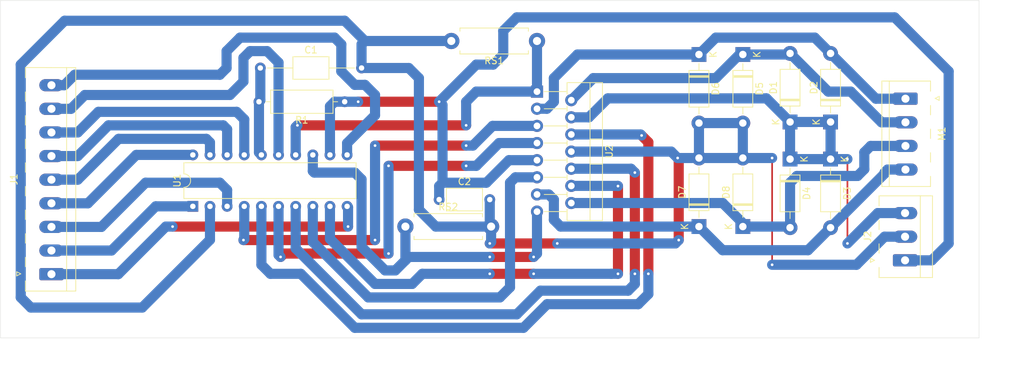
<source format=kicad_pcb>
(kicad_pcb (version 20171130) (host pcbnew "(5.1.10)-1")

  (general
    (thickness 1.6)
    (drawings 6)
    (tracks 288)
    (zones 0)
    (modules 18)
    (nets 26)
  )

  (page A4)
  (title_block
    (title "Placa base probador motores paso a paso")
    (date 2021-06-15)
    (rev 2.0)
    (company "Electrónica Reciclada")
    (comment 1 http://www.electronicareciclada.com)
  )

  (layers
    (0 F.Cu signal)
    (31 B.Cu signal)
    (32 B.Adhes user)
    (33 F.Adhes user)
    (34 B.Paste user)
    (35 F.Paste user)
    (36 B.SilkS user)
    (37 F.SilkS user hide)
    (38 B.Mask user)
    (39 F.Mask user)
    (40 Dwgs.User user)
    (41 Cmts.User user)
    (42 Eco1.User user)
    (43 Eco2.User user)
    (44 Edge.Cuts user)
    (45 Margin user)
    (46 B.CrtYd user)
    (47 F.CrtYd user hide)
    (48 B.Fab user)
    (49 F.Fab user)
  )

  (setup
    (last_trace_width 1.5)
    (user_trace_width 1.5)
    (user_trace_width 2)
    (trace_clearance 0.2)
    (zone_clearance 0.508)
    (zone_45_only no)
    (trace_min 0.2)
    (via_size 0.8)
    (via_drill 0.4)
    (via_min_size 0.4)
    (via_min_drill 0.3)
    (uvia_size 0.3)
    (uvia_drill 0.1)
    (uvias_allowed no)
    (uvia_min_size 0.2)
    (uvia_min_drill 0.1)
    (edge_width 0.05)
    (segment_width 0.2)
    (pcb_text_width 0.3)
    (pcb_text_size 1.5 1.5)
    (mod_edge_width 0.12)
    (mod_text_size 1 1)
    (mod_text_width 0.15)
    (pad_size 1.524 1.524)
    (pad_drill 0.762)
    (pad_to_mask_clearance 0.051)
    (solder_mask_min_width 0.25)
    (aux_axis_origin 0 0)
    (visible_elements 7FFFFFFF)
    (pcbplotparams
      (layerselection 0x010fc_ffffffff)
      (usegerberextensions false)
      (usegerberattributes false)
      (usegerberadvancedattributes false)
      (creategerberjobfile false)
      (excludeedgelayer true)
      (linewidth 0.100000)
      (plotframeref false)
      (viasonmask false)
      (mode 1)
      (useauxorigin false)
      (hpglpennumber 1)
      (hpglpenspeed 20)
      (hpglpendiameter 15.000000)
      (psnegative false)
      (psa4output false)
      (plotreference true)
      (plotvalue true)
      (plotinvisibletext false)
      (padsonsilk false)
      (subtractmaskfromsilk false)
      (outputformat 1)
      (mirror false)
      (drillshape 1)
      (scaleselection 1)
      (outputdirectory ""))
  )

  (net 0 "")
  (net 1 GNDREF)
  (net 2 "Net-(C1-Pad1)")
  (net 3 +5V)
  (net 4 "Net-(D1-Pad2)")
  (net 5 +36V)
  (net 6 "Net-(D2-Pad2)")
  (net 7 "Net-(D3-Pad2)")
  (net 8 "Net-(D4-Pad2)")
  (net 9 "Net-(RS1-Pad1)")
  (net 10 "Net-(RS2-Pad1)")
  (net 11 "Net-(U1-Pad9)")
  (net 12 "Net-(U1-Pad8)")
  (net 13 "Net-(U1-Pad7)")
  (net 14 "Net-(U1-Pad6)")
  (net 15 "Net-(U1-Pad5)")
  (net 16 "Net-(U1-Pad4)")
  (net 17 Enable)
  (net 18 Half)
  (net 19 Control)
  (net 20 Reset)
  (net 21 Vref)
  (net 22 Sync)
  (net 23 CW)
  (net 24 Home)
  (net 25 Clock)

  (net_class Default "Esta es la clase de red por defecto."
    (clearance 0.2)
    (trace_width 0.25)
    (via_dia 0.8)
    (via_drill 0.4)
    (uvia_dia 0.3)
    (uvia_drill 0.1)
    (add_net +36V)
    (add_net +5V)
    (add_net CW)
    (add_net Clock)
    (add_net Control)
    (add_net Enable)
    (add_net GNDREF)
    (add_net Half)
    (add_net Home)
    (add_net "Net-(C1-Pad1)")
    (add_net "Net-(D1-Pad2)")
    (add_net "Net-(D2-Pad2)")
    (add_net "Net-(D3-Pad2)")
    (add_net "Net-(D4-Pad2)")
    (add_net "Net-(RS1-Pad1)")
    (add_net "Net-(RS2-Pad1)")
    (add_net "Net-(U1-Pad4)")
    (add_net "Net-(U1-Pad5)")
    (add_net "Net-(U1-Pad6)")
    (add_net "Net-(U1-Pad7)")
    (add_net "Net-(U1-Pad8)")
    (add_net "Net-(U1-Pad9)")
    (add_net Reset)
    (add_net Sync)
    (add_net Vref)
  )

  (module Connector_Phoenix_MKDS:PhoenixContact_MKDS_1,5_4-1715048-1x04_P3.50mm_Horizontal (layer F.Cu) (tedit 5F930CD8) (tstamp 5F937490)
    (at 243.5 84.5 270)
    (descr "Generic Phoenix Contact connector footprint for: MC_1,5/4-G-3.5; number of pins: 04; pin pitch: 3.50mm; Angled || order number: 1844236 8A 160V")
    (tags "phoenix_contact connector MC_01x04_G_3.5mm")
    (path /5F942F41)
    (fp_text reference M1 (at 5.25 -3 90) (layer F.SilkS)
      (effects (font (size 1 1) (thickness 0.15)))
    )
    (fp_text value "Motor pap" (at 5.5 7.6 90) (layer F.Fab)
      (effects (font (size 1 1) (thickness 0.15)))
    )
    (fp_line (start -2.56 -1.31) (end -2.56 5.9) (layer F.SilkS) (width 0.12))
    (fp_line (start -2.56 5.9) (end 13.06 5.9) (layer F.SilkS) (width 0.12))
    (fp_line (start 13.06 5.9) (end 13.06 -1.31) (layer F.SilkS) (width 0.12))
    (fp_line (start -2.56 -1.31) (end -1.05 -1.31) (layer F.SilkS) (width 0.12))
    (fp_line (start 13.06 -1.31) (end 11.55 -1.31) (layer F.SilkS) (width 0.12))
    (fp_line (start 1.05 -1.31) (end 2.45 -1.31) (layer F.SilkS) (width 0.12))
    (fp_line (start 4.55 -1.31) (end 5.95 -1.31) (layer F.SilkS) (width 0.12))
    (fp_line (start 8.05 -1.31) (end 9.45 -1.31) (layer F.SilkS) (width 0.12))
    (fp_line (start -2.45 -1.2) (end -2.45 5.8) (layer F.Fab) (width 0.1))
    (fp_line (start -2.5 5.8) (end 13 5.8) (layer F.Fab) (width 0.1))
    (fp_line (start 12.95 5.8) (end 12.95 -1.2) (layer F.Fab) (width 0.1))
    (fp_line (start 12.95 -1.2) (end -2.45 -1.2) (layer F.Fab) (width 0.1))
    (fp_line (start -2.56 4.8) (end 13.06 4.8) (layer F.SilkS) (width 0.12))
    (fp_line (start -3.06 -2.3) (end -3.06 6.4) (layer F.CrtYd) (width 0.05))
    (fp_line (start -3.06 6.4) (end 13.45 6.4) (layer F.CrtYd) (width 0.05))
    (fp_line (start 13.45 6.4) (end 13.45 -2.3) (layer F.CrtYd) (width 0.05))
    (fp_line (start 13.45 -2.3) (end -3.06 -2.3) (layer F.CrtYd) (width 0.05))
    (fp_line (start 0.3 -2.6) (end 0 -2) (layer F.SilkS) (width 0.12))
    (fp_line (start 0 -2) (end -0.3 -2.6) (layer F.SilkS) (width 0.12))
    (fp_line (start -0.3 -2.6) (end 0.3 -2.6) (layer F.SilkS) (width 0.12))
    (fp_line (start 0.8 -1.2) (end 0 0) (layer F.Fab) (width 0.1))
    (fp_line (start 0 0) (end -0.8 -1.2) (layer F.Fab) (width 0.1))
    (fp_text user %R (at 5.25 -0.5 90) (layer F.Fab)
      (effects (font (size 1 1) (thickness 0.15)))
    )
    (pad 1 thru_hole roundrect (at 0.05 2.4 270) (size 1.8 3.6) (drill 1.2) (layers *.Cu *.Mask) (roundrect_rratio 0.138889)
      (net 6 "Net-(D2-Pad2)"))
    (pad 2 thru_hole oval (at 3.55 2.4 270) (size 1.8 3.6) (drill 1.2) (layers *.Cu *.Mask)
      (net 4 "Net-(D1-Pad2)"))
    (pad 3 thru_hole oval (at 7.05 2.4 270) (size 1.8 3.6) (drill 1.2) (layers *.Cu *.Mask)
      (net 8 "Net-(D4-Pad2)"))
    (pad 4 thru_hole oval (at 10.55 2.4 270) (size 1.8 3.6) (drill 1.2) (layers *.Cu *.Mask)
      (net 7 "Net-(D3-Pad2)"))
    (model C:/Users/oscarrodfer/trabajos/freecad/kicad-packages3D/Connector_Phoenix_MKDS/1715048-mkds1,5_4-4contactos.stp
      (offset (xyz -2.25 -5.5 0))
      (scale (xyz 0.7 0.7 0.7))
      (rotate (xyz 0 0 0))
    )
  )

  (module Connector_Phoenix_MKDS:PhoenixContact_MKDS_1,5_3-19325191-1x03_P3.50mm (layer F.Cu) (tedit 5F930C06) (tstamp 60C86802)
    (at 238.5 108.5 90)
    (descr "Generic Phoenix Contact connector footprint for: MC_1,5/3-G-3.5; number of pins: 03; pin pitch: 3.50mm; Angled || order number: 1844223 8A 160V")
    (tags "phoenix_contact connector MC_01x03_G_3.5mm")
    (path /5F9641A1)
    (fp_text reference J2 (at 3.5 -3 90) (layer F.SilkS)
      (effects (font (size 1 1) (thickness 0.15)))
    )
    (fp_text value Alimentacion (at 3.2 8.6 90) (layer F.Fab)
      (effects (font (size 1 1) (thickness 0.15)))
    )
    (fp_line (start -2.56 -1.31) (end -2.56 6.6) (layer F.SilkS) (width 0.12))
    (fp_line (start -2.56 6.6) (end 9.5 6.6) (layer F.SilkS) (width 0.12))
    (fp_line (start 9.56 6.6) (end 9.56 -1.31) (layer F.SilkS) (width 0.12))
    (fp_line (start -2.56 -1.31) (end -1.05 -1.31) (layer F.SilkS) (width 0.12))
    (fp_line (start 9.56 -1.31) (end 8.05 -1.31) (layer F.SilkS) (width 0.12))
    (fp_line (start 1.05 -1.31) (end 2.45 -1.31) (layer F.SilkS) (width 0.12))
    (fp_line (start 4.55 -1.31) (end 5.95 -1.31) (layer F.SilkS) (width 0.12))
    (fp_line (start -2.45 -1.2) (end -2.45 6.5) (layer F.Fab) (width 0.1))
    (fp_line (start -2.45 6.5) (end 9.45 6.5) (layer F.Fab) (width 0.1))
    (fp_line (start 9.45 6.5) (end 9.45 -1.2) (layer F.Fab) (width 0.1))
    (fp_line (start 9.45 -1.2) (end -2.45 -1.2) (layer F.Fab) (width 0.1))
    (fp_line (start -2.56 4.8) (end 9.56 4.8) (layer F.SilkS) (width 0.12))
    (fp_line (start -3.06 -2.3) (end -3.06 7.3) (layer F.CrtYd) (width 0.05))
    (fp_line (start -3.06 7.3) (end 9.95 7.3) (layer F.CrtYd) (width 0.05))
    (fp_line (start 9.95 7.3) (end 9.95 -2.3) (layer F.CrtYd) (width 0.05))
    (fp_line (start 9.95 -2.3) (end -3.06 -2.3) (layer F.CrtYd) (width 0.05))
    (fp_line (start 0.3 -2.6) (end 0 -2) (layer F.SilkS) (width 0.12))
    (fp_line (start 0 -2) (end -0.3 -2.6) (layer F.SilkS) (width 0.12))
    (fp_line (start -0.3 -2.6) (end 0.3 -2.6) (layer F.SilkS) (width 0.12))
    (fp_line (start 0.8 -1.2) (end 0 0) (layer F.Fab) (width 0.1))
    (fp_line (start 0 0) (end -0.8 -1.2) (layer F.Fab) (width 0.1))
    (fp_text user %R (at 3.5 -0.5 90) (layer F.Fab)
      (effects (font (size 1 1) (thickness 0.15)))
    )
    (pad 1 thru_hole roundrect (at 0 2.54 90) (size 1.8 3.6) (drill 1.2) (layers *.Cu *.Mask) (roundrect_rratio 0.138889)
      (net 3 +5V))
    (pad 2 thru_hole oval (at 3.5 2.54 90) (size 1.8 3.6) (drill 1.2) (layers *.Cu *.Mask)
      (net 1 GNDREF))
    (pad 3 thru_hole oval (at 7 2.54 90) (size 1.8 3.6) (drill 1.2) (layers *.Cu *.Mask)
      (net 5 +36V))
    (model C:/Users/oscarrodfer/trabajos/freecad/kicad-packages3D/Connector_Phoenix_MKDS/1715035-mkds1,5_3-3contactos.stp
      (offset (xyz -2.2 -5.7 0))
      (scale (xyz 0.7 0.7 0.7))
      (rotate (xyz 0 0 0))
    )
  )

  (module Diode_THT:D_DO-41_SOD81_P10.16mm_Horizontal (layer F.Cu) (tedit 5AE50CD5) (tstamp 5F8F5558)
    (at 217 103.5 90)
    (descr "Diode, DO-41_SOD81 series, Axial, Horizontal, pin pitch=10.16mm, , length*diameter=5.2*2.7mm^2, , http://www.diodes.com/_files/packages/DO-41%20(Plastic).pdf")
    (tags "Diode DO-41_SOD81 series Axial Horizontal pin pitch 10.16mm  length 5.2mm diameter 2.7mm")
    (path /5F8CC146)
    (fp_text reference D8 (at 5.08 -2.47 90) (layer F.SilkS)
      (effects (font (size 1 1) (thickness 0.15)))
    )
    (fp_text value 1N4007 (at 5.08 2.47 90) (layer F.Fab)
      (effects (font (size 1 1) (thickness 0.15)))
    )
    (fp_line (start 2.48 -1.35) (end 2.48 1.35) (layer F.Fab) (width 0.1))
    (fp_line (start 2.48 1.35) (end 7.68 1.35) (layer F.Fab) (width 0.1))
    (fp_line (start 7.68 1.35) (end 7.68 -1.35) (layer F.Fab) (width 0.1))
    (fp_line (start 7.68 -1.35) (end 2.48 -1.35) (layer F.Fab) (width 0.1))
    (fp_line (start 0 0) (end 2.48 0) (layer F.Fab) (width 0.1))
    (fp_line (start 10.16 0) (end 7.68 0) (layer F.Fab) (width 0.1))
    (fp_line (start 3.26 -1.35) (end 3.26 1.35) (layer F.Fab) (width 0.1))
    (fp_line (start 3.36 -1.35) (end 3.36 1.35) (layer F.Fab) (width 0.1))
    (fp_line (start 3.16 -1.35) (end 3.16 1.35) (layer F.Fab) (width 0.1))
    (fp_line (start 2.36 -1.47) (end 2.36 1.47) (layer F.SilkS) (width 0.12))
    (fp_line (start 2.36 1.47) (end 7.8 1.47) (layer F.SilkS) (width 0.12))
    (fp_line (start 7.8 1.47) (end 7.8 -1.47) (layer F.SilkS) (width 0.12))
    (fp_line (start 7.8 -1.47) (end 2.36 -1.47) (layer F.SilkS) (width 0.12))
    (fp_line (start 1.34 0) (end 2.36 0) (layer F.SilkS) (width 0.12))
    (fp_line (start 8.82 0) (end 7.8 0) (layer F.SilkS) (width 0.12))
    (fp_line (start 3.26 -1.47) (end 3.26 1.47) (layer F.SilkS) (width 0.12))
    (fp_line (start 3.38 -1.47) (end 3.38 1.47) (layer F.SilkS) (width 0.12))
    (fp_line (start 3.14 -1.47) (end 3.14 1.47) (layer F.SilkS) (width 0.12))
    (fp_line (start -1.35 -1.6) (end -1.35 1.6) (layer F.CrtYd) (width 0.05))
    (fp_line (start -1.35 1.6) (end 11.51 1.6) (layer F.CrtYd) (width 0.05))
    (fp_line (start 11.51 1.6) (end 11.51 -1.6) (layer F.CrtYd) (width 0.05))
    (fp_line (start 11.51 -1.6) (end -1.35 -1.6) (layer F.CrtYd) (width 0.05))
    (fp_text user %R (at 5.47 0 90) (layer F.Fab)
      (effects (font (size 1 1) (thickness 0.15)))
    )
    (fp_text user K (at 0 -2.1 90) (layer F.Fab)
      (effects (font (size 1 1) (thickness 0.15)))
    )
    (fp_text user K (at 0 -2.1 90) (layer F.SilkS)
      (effects (font (size 1 1) (thickness 0.15)))
    )
    (pad 1 thru_hole rect (at 0 0 90) (size 2.2 2.2) (drill 1.1) (layers *.Cu *.Mask)
      (net 8 "Net-(D4-Pad2)"))
    (pad 2 thru_hole oval (at 10.16 0 90) (size 2.2 2.2) (drill 1.1) (layers *.Cu *.Mask)
      (net 1 GNDREF))
    (model ${KISYS3DMOD}/Diode_THT.3dshapes/D_DO-41_SOD81_P10.16mm_Horizontal.wrl
      (at (xyz 0 0 0))
      (scale (xyz 1 1 1))
      (rotate (xyz 0 0 0))
    )
  )

  (module Diode_THT:D_DO-41_SOD81_P10.16mm_Horizontal (layer F.Cu) (tedit 5AE50CD5) (tstamp 5F909844)
    (at 217 78 270)
    (descr "Diode, DO-41_SOD81 series, Axial, Horizontal, pin pitch=10.16mm, , length*diameter=5.2*2.7mm^2, , http://www.diodes.com/_files/packages/DO-41%20(Plastic).pdf")
    (tags "Diode DO-41_SOD81 series Axial Horizontal pin pitch 10.16mm  length 5.2mm diameter 2.7mm")
    (path /5F8CA527)
    (fp_text reference D5 (at 5.08 -2.47 90) (layer F.SilkS)
      (effects (font (size 1 1) (thickness 0.15)))
    )
    (fp_text value 1N4007 (at 5.08 2.47 90) (layer F.Fab)
      (effects (font (size 1 1) (thickness 0.15)))
    )
    (fp_line (start 2.48 -1.35) (end 2.48 1.35) (layer F.Fab) (width 0.1))
    (fp_line (start 2.48 1.35) (end 7.68 1.35) (layer F.Fab) (width 0.1))
    (fp_line (start 7.68 1.35) (end 7.68 -1.35) (layer F.Fab) (width 0.1))
    (fp_line (start 7.68 -1.35) (end 2.48 -1.35) (layer F.Fab) (width 0.1))
    (fp_line (start 0 0) (end 2.48 0) (layer F.Fab) (width 0.1))
    (fp_line (start 10.16 0) (end 7.68 0) (layer F.Fab) (width 0.1))
    (fp_line (start 3.26 -1.35) (end 3.26 1.35) (layer F.Fab) (width 0.1))
    (fp_line (start 3.36 -1.35) (end 3.36 1.35) (layer F.Fab) (width 0.1))
    (fp_line (start 3.16 -1.35) (end 3.16 1.35) (layer F.Fab) (width 0.1))
    (fp_line (start 2.36 -1.47) (end 2.36 1.47) (layer F.SilkS) (width 0.12))
    (fp_line (start 2.36 1.47) (end 7.8 1.47) (layer F.SilkS) (width 0.12))
    (fp_line (start 7.8 1.47) (end 7.8 -1.47) (layer F.SilkS) (width 0.12))
    (fp_line (start 7.8 -1.47) (end 2.36 -1.47) (layer F.SilkS) (width 0.12))
    (fp_line (start 1.34 0) (end 2.36 0) (layer F.SilkS) (width 0.12))
    (fp_line (start 8.82 0) (end 7.8 0) (layer F.SilkS) (width 0.12))
    (fp_line (start 3.26 -1.47) (end 3.26 1.47) (layer F.SilkS) (width 0.12))
    (fp_line (start 3.38 -1.47) (end 3.38 1.47) (layer F.SilkS) (width 0.12))
    (fp_line (start 3.14 -1.47) (end 3.14 1.47) (layer F.SilkS) (width 0.12))
    (fp_line (start -1.35 -1.6) (end -1.35 1.6) (layer F.CrtYd) (width 0.05))
    (fp_line (start -1.35 1.6) (end 11.51 1.6) (layer F.CrtYd) (width 0.05))
    (fp_line (start 11.51 1.6) (end 11.51 -1.6) (layer F.CrtYd) (width 0.05))
    (fp_line (start 11.51 -1.6) (end -1.35 -1.6) (layer F.CrtYd) (width 0.05))
    (fp_text user %R (at 5.47 0 90) (layer F.Fab)
      (effects (font (size 1 1) (thickness 0.15)))
    )
    (fp_text user K (at 0 -2.1 90) (layer F.Fab)
      (effects (font (size 1 1) (thickness 0.15)))
    )
    (fp_text user K (at 0 -2.1 90) (layer F.SilkS)
      (effects (font (size 1 1) (thickness 0.15)))
    )
    (pad 1 thru_hole rect (at 0 0 270) (size 2.2 2.2) (drill 1.1) (layers *.Cu *.Mask)
      (net 4 "Net-(D1-Pad2)"))
    (pad 2 thru_hole oval (at 10.16 0 270) (size 2.2 2.2) (drill 1.1) (layers *.Cu *.Mask)
      (net 1 GNDREF))
    (model ${KISYS3DMOD}/Diode_THT.3dshapes/D_DO-41_SOD81_P10.16mm_Horizontal.wrl
      (at (xyz 0 0 0))
      (scale (xyz 1 1 1))
      (rotate (xyz 0 0 0))
    )
  )

  (module Resistor_THT:R_Axial_DIN0411_L9.9mm_D3.6mm_P12.70mm_Horizontal (layer F.Cu) (tedit 5AE5139B) (tstamp 60C8514B)
    (at 167 103.5)
    (descr "Resistor, Axial_DIN0411 series, Axial, Horizontal, pin pitch=12.7mm, 1W, length*diameter=9.9*3.6mm^2")
    (tags "Resistor Axial_DIN0411 series Axial Horizontal pin pitch 12.7mm 1W length 9.9mm diameter 3.6mm")
    (path /5F8D3B06)
    (fp_text reference RS2 (at 6.35 -2.92) (layer F.SilkS)
      (effects (font (size 1 1) (thickness 0.15)))
    )
    (fp_text value 0.5 (at 6.35 2.92) (layer F.Fab)
      (effects (font (size 1 1) (thickness 0.15)))
    )
    (fp_line (start 1.4 -1.8) (end 1.4 1.8) (layer F.Fab) (width 0.1))
    (fp_line (start 1.4 1.8) (end 11.3 1.8) (layer F.Fab) (width 0.1))
    (fp_line (start 11.3 1.8) (end 11.3 -1.8) (layer F.Fab) (width 0.1))
    (fp_line (start 11.3 -1.8) (end 1.4 -1.8) (layer F.Fab) (width 0.1))
    (fp_line (start 0 0) (end 1.4 0) (layer F.Fab) (width 0.1))
    (fp_line (start 12.7 0) (end 11.3 0) (layer F.Fab) (width 0.1))
    (fp_line (start 1.28 -1.44) (end 1.28 -1.92) (layer F.SilkS) (width 0.12))
    (fp_line (start 1.28 -1.92) (end 11.42 -1.92) (layer F.SilkS) (width 0.12))
    (fp_line (start 11.42 -1.92) (end 11.42 -1.44) (layer F.SilkS) (width 0.12))
    (fp_line (start 1.28 1.44) (end 1.28 1.92) (layer F.SilkS) (width 0.12))
    (fp_line (start 1.28 1.92) (end 11.42 1.92) (layer F.SilkS) (width 0.12))
    (fp_line (start 11.42 1.92) (end 11.42 1.44) (layer F.SilkS) (width 0.12))
    (fp_line (start -1.45 -2.05) (end -1.45 2.05) (layer F.CrtYd) (width 0.05))
    (fp_line (start -1.45 2.05) (end 14.15 2.05) (layer F.CrtYd) (width 0.05))
    (fp_line (start 14.15 2.05) (end 14.15 -2.05) (layer F.CrtYd) (width 0.05))
    (fp_line (start 14.15 -2.05) (end -1.45 -2.05) (layer F.CrtYd) (width 0.05))
    (fp_text user %R (at 6.35 0) (layer F.Fab)
      (effects (font (size 1 1) (thickness 0.15)))
    )
    (pad 1 thru_hole circle (at 0 0) (size 2.4 2.4) (drill 1.2) (layers *.Cu *.Mask)
      (net 10 "Net-(RS2-Pad1)"))
    (pad 2 thru_hole oval (at 12.7 0) (size 2.4 2.4) (drill 1.2) (layers *.Cu *.Mask)
      (net 1 GNDREF))
    (model ${KISYS3DMOD}/Resistor_THT.3dshapes/R_Axial_DIN0411_L9.9mm_D3.6mm_P12.70mm_Horizontal.wrl
      (at (xyz 0 0 0))
      (scale (xyz 1 1 1))
      (rotate (xyz 0 0 0))
    )
  )

  (module Diode_THT:D_DO-41_SOD81_P10.16mm_Horizontal (layer F.Cu) (tedit 5AE50CD5) (tstamp 5F8F547F)
    (at 224 88 90)
    (descr "Diode, DO-41_SOD81 series, Axial, Horizontal, pin pitch=10.16mm, , length*diameter=5.2*2.7mm^2, , http://www.diodes.com/_files/packages/DO-41%20(Plastic).pdf")
    (tags "Diode DO-41_SOD81 series Axial Horizontal pin pitch 10.16mm  length 5.2mm diameter 2.7mm")
    (path /5F8B8C55)
    (fp_text reference D1 (at 5.08 -2.47 90) (layer F.SilkS)
      (effects (font (size 1 1) (thickness 0.15)))
    )
    (fp_text value 1N4007 (at 5.08 2.47 90) (layer F.Fab)
      (effects (font (size 1 1) (thickness 0.15)))
    )
    (fp_line (start 11.51 -1.6) (end -1.35 -1.6) (layer F.CrtYd) (width 0.05))
    (fp_line (start 11.51 1.6) (end 11.51 -1.6) (layer F.CrtYd) (width 0.05))
    (fp_line (start -1.35 1.6) (end 11.51 1.6) (layer F.CrtYd) (width 0.05))
    (fp_line (start -1.35 -1.6) (end -1.35 1.6) (layer F.CrtYd) (width 0.05))
    (fp_line (start 3.14 -1.47) (end 3.14 1.47) (layer F.SilkS) (width 0.12))
    (fp_line (start 3.38 -1.47) (end 3.38 1.47) (layer F.SilkS) (width 0.12))
    (fp_line (start 3.26 -1.47) (end 3.26 1.47) (layer F.SilkS) (width 0.12))
    (fp_line (start 8.82 0) (end 7.8 0) (layer F.SilkS) (width 0.12))
    (fp_line (start 1.34 0) (end 2.36 0) (layer F.SilkS) (width 0.12))
    (fp_line (start 7.8 -1.47) (end 2.36 -1.47) (layer F.SilkS) (width 0.12))
    (fp_line (start 7.8 1.47) (end 7.8 -1.47) (layer F.SilkS) (width 0.12))
    (fp_line (start 2.36 1.47) (end 7.8 1.47) (layer F.SilkS) (width 0.12))
    (fp_line (start 2.36 -1.47) (end 2.36 1.47) (layer F.SilkS) (width 0.12))
    (fp_line (start 3.16 -1.35) (end 3.16 1.35) (layer F.Fab) (width 0.1))
    (fp_line (start 3.36 -1.35) (end 3.36 1.35) (layer F.Fab) (width 0.1))
    (fp_line (start 3.26 -1.35) (end 3.26 1.35) (layer F.Fab) (width 0.1))
    (fp_line (start 10.16 0) (end 7.68 0) (layer F.Fab) (width 0.1))
    (fp_line (start 0 0) (end 2.48 0) (layer F.Fab) (width 0.1))
    (fp_line (start 7.68 -1.35) (end 2.48 -1.35) (layer F.Fab) (width 0.1))
    (fp_line (start 7.68 1.35) (end 7.68 -1.35) (layer F.Fab) (width 0.1))
    (fp_line (start 2.48 1.35) (end 7.68 1.35) (layer F.Fab) (width 0.1))
    (fp_line (start 2.48 -1.35) (end 2.48 1.35) (layer F.Fab) (width 0.1))
    (fp_text user K (at 0 -2.1 90) (layer F.SilkS)
      (effects (font (size 1 1) (thickness 0.15)))
    )
    (fp_text user K (at 0 -2.1 90) (layer F.Fab)
      (effects (font (size 1 1) (thickness 0.15)))
    )
    (fp_text user %R (at 5.47 0 90) (layer F.Fab)
      (effects (font (size 1 1) (thickness 0.15)))
    )
    (pad 2 thru_hole oval (at 10.16 0 90) (size 2.2 2.2) (drill 1.1) (layers *.Cu *.Mask)
      (net 4 "Net-(D1-Pad2)"))
    (pad 1 thru_hole rect (at 0 0 90) (size 2.2 2.2) (drill 1.1) (layers *.Cu *.Mask)
      (net 5 +36V))
    (model ${KISYS3DMOD}/Diode_THT.3dshapes/D_DO-41_SOD81_P10.16mm_Horizontal.wrl
      (at (xyz 0 0 0))
      (scale (xyz 1 1 1))
      (rotate (xyz 0 0 0))
    )
  )

  (module Diode_THT:D_DO-41_SOD81_P10.16mm_Horizontal (layer F.Cu) (tedit 5AE50CD5) (tstamp 5F90909B)
    (at 230 88 90)
    (descr "Diode, DO-41_SOD81 series, Axial, Horizontal, pin pitch=10.16mm, , length*diameter=5.2*2.7mm^2, , http://www.diodes.com/_files/packages/DO-41%20(Plastic).pdf")
    (tags "Diode DO-41_SOD81 series Axial Horizontal pin pitch 10.16mm  length 5.2mm diameter 2.7mm")
    (path /5F8BA2B7)
    (fp_text reference D2 (at 5.08 -2.47 90) (layer F.SilkS)
      (effects (font (size 1 1) (thickness 0.15)))
    )
    (fp_text value 1N4007 (at 5.08 2.47 90) (layer F.Fab)
      (effects (font (size 1 1) (thickness 0.15)))
    )
    (fp_line (start 2.48 -1.35) (end 2.48 1.35) (layer F.Fab) (width 0.1))
    (fp_line (start 2.48 1.35) (end 7.68 1.35) (layer F.Fab) (width 0.1))
    (fp_line (start 7.68 1.35) (end 7.68 -1.35) (layer F.Fab) (width 0.1))
    (fp_line (start 7.68 -1.35) (end 2.48 -1.35) (layer F.Fab) (width 0.1))
    (fp_line (start 0 0) (end 2.48 0) (layer F.Fab) (width 0.1))
    (fp_line (start 10.16 0) (end 7.68 0) (layer F.Fab) (width 0.1))
    (fp_line (start 3.26 -1.35) (end 3.26 1.35) (layer F.Fab) (width 0.1))
    (fp_line (start 3.36 -1.35) (end 3.36 1.35) (layer F.Fab) (width 0.1))
    (fp_line (start 3.16 -1.35) (end 3.16 1.35) (layer F.Fab) (width 0.1))
    (fp_line (start 2.36 -1.47) (end 2.36 1.47) (layer F.SilkS) (width 0.12))
    (fp_line (start 2.36 1.47) (end 7.8 1.47) (layer F.SilkS) (width 0.12))
    (fp_line (start 7.8 1.47) (end 7.8 -1.47) (layer F.SilkS) (width 0.12))
    (fp_line (start 7.8 -1.47) (end 2.36 -1.47) (layer F.SilkS) (width 0.12))
    (fp_line (start 1.34 0) (end 2.36 0) (layer F.SilkS) (width 0.12))
    (fp_line (start 8.82 0) (end 7.8 0) (layer F.SilkS) (width 0.12))
    (fp_line (start 3.26 -1.47) (end 3.26 1.47) (layer F.SilkS) (width 0.12))
    (fp_line (start 3.38 -1.47) (end 3.38 1.47) (layer F.SilkS) (width 0.12))
    (fp_line (start 3.14 -1.47) (end 3.14 1.47) (layer F.SilkS) (width 0.12))
    (fp_line (start -1.35 -1.6) (end -1.35 1.6) (layer F.CrtYd) (width 0.05))
    (fp_line (start -1.35 1.6) (end 11.51 1.6) (layer F.CrtYd) (width 0.05))
    (fp_line (start 11.51 1.6) (end 11.51 -1.6) (layer F.CrtYd) (width 0.05))
    (fp_line (start 11.51 -1.6) (end -1.35 -1.6) (layer F.CrtYd) (width 0.05))
    (fp_text user %R (at 5.47 0 90) (layer F.Fab)
      (effects (font (size 1 1) (thickness 0.15)))
    )
    (fp_text user K (at 0 -2.1 90) (layer F.Fab)
      (effects (font (size 1 1) (thickness 0.15)))
    )
    (fp_text user K (at 0 -2.1 90) (layer F.SilkS)
      (effects (font (size 1 1) (thickness 0.15)))
    )
    (pad 1 thru_hole rect (at 0 0 90) (size 2.2 2.2) (drill 1.1) (layers *.Cu *.Mask)
      (net 5 +36V))
    (pad 2 thru_hole oval (at 10.16 0 90) (size 2.2 2.2) (drill 1.1) (layers *.Cu *.Mask)
      (net 6 "Net-(D2-Pad2)"))
    (model ${KISYS3DMOD}/Diode_THT.3dshapes/D_DO-41_SOD81_P10.16mm_Horizontal.wrl
      (at (xyz 0 0 0))
      (scale (xyz 1 1 1))
      (rotate (xyz 0 0 0))
    )
  )

  (module Diode_THT:D_DO-41_SOD81_P10.16mm_Horizontal (layer F.Cu) (tedit 5AE50CD5) (tstamp 5F8F54BD)
    (at 230 93.5 270)
    (descr "Diode, DO-41_SOD81 series, Axial, Horizontal, pin pitch=10.16mm, , length*diameter=5.2*2.7mm^2, , http://www.diodes.com/_files/packages/DO-41%20(Plastic).pdf")
    (tags "Diode DO-41_SOD81 series Axial Horizontal pin pitch 10.16mm  length 5.2mm diameter 2.7mm")
    (path /5F8BA7FF)
    (fp_text reference D3 (at 5.08 -2.47 90) (layer F.SilkS)
      (effects (font (size 1 1) (thickness 0.15)))
    )
    (fp_text value 1N4007 (at 5.08 2.47 90) (layer F.Fab)
      (effects (font (size 1 1) (thickness 0.15)))
    )
    (fp_line (start 11.51 -1.6) (end -1.35 -1.6) (layer F.CrtYd) (width 0.05))
    (fp_line (start 11.51 1.6) (end 11.51 -1.6) (layer F.CrtYd) (width 0.05))
    (fp_line (start -1.35 1.6) (end 11.51 1.6) (layer F.CrtYd) (width 0.05))
    (fp_line (start -1.35 -1.6) (end -1.35 1.6) (layer F.CrtYd) (width 0.05))
    (fp_line (start 3.14 -1.47) (end 3.14 1.47) (layer F.SilkS) (width 0.12))
    (fp_line (start 3.38 -1.47) (end 3.38 1.47) (layer F.SilkS) (width 0.12))
    (fp_line (start 3.26 -1.47) (end 3.26 1.47) (layer F.SilkS) (width 0.12))
    (fp_line (start 8.82 0) (end 7.8 0) (layer F.SilkS) (width 0.12))
    (fp_line (start 1.34 0) (end 2.36 0) (layer F.SilkS) (width 0.12))
    (fp_line (start 7.8 -1.47) (end 2.36 -1.47) (layer F.SilkS) (width 0.12))
    (fp_line (start 7.8 1.47) (end 7.8 -1.47) (layer F.SilkS) (width 0.12))
    (fp_line (start 2.36 1.47) (end 7.8 1.47) (layer F.SilkS) (width 0.12))
    (fp_line (start 2.36 -1.47) (end 2.36 1.47) (layer F.SilkS) (width 0.12))
    (fp_line (start 3.16 -1.35) (end 3.16 1.35) (layer F.Fab) (width 0.1))
    (fp_line (start 3.36 -1.35) (end 3.36 1.35) (layer F.Fab) (width 0.1))
    (fp_line (start 3.26 -1.35) (end 3.26 1.35) (layer F.Fab) (width 0.1))
    (fp_line (start 10.16 0) (end 7.68 0) (layer F.Fab) (width 0.1))
    (fp_line (start 0 0) (end 2.48 0) (layer F.Fab) (width 0.1))
    (fp_line (start 7.68 -1.35) (end 2.48 -1.35) (layer F.Fab) (width 0.1))
    (fp_line (start 7.68 1.35) (end 7.68 -1.35) (layer F.Fab) (width 0.1))
    (fp_line (start 2.48 1.35) (end 7.68 1.35) (layer F.Fab) (width 0.1))
    (fp_line (start 2.48 -1.35) (end 2.48 1.35) (layer F.Fab) (width 0.1))
    (fp_text user K (at 0 -2.1 90) (layer F.SilkS)
      (effects (font (size 1 1) (thickness 0.15)))
    )
    (fp_text user K (at 0 -2.1 90) (layer F.Fab)
      (effects (font (size 1 1) (thickness 0.15)))
    )
    (fp_text user %R (at 5.47 0 90) (layer F.Fab)
      (effects (font (size 1 1) (thickness 0.15)))
    )
    (pad 2 thru_hole oval (at 10.16 0 270) (size 2.2 2.2) (drill 1.1) (layers *.Cu *.Mask)
      (net 7 "Net-(D3-Pad2)"))
    (pad 1 thru_hole rect (at 0 0 270) (size 2.2 2.2) (drill 1.1) (layers *.Cu *.Mask)
      (net 5 +36V))
    (model ${KISYS3DMOD}/Diode_THT.3dshapes/D_DO-41_SOD81_P10.16mm_Horizontal.wrl
      (at (xyz 0 0 0))
      (scale (xyz 1 1 1))
      (rotate (xyz 0 0 0))
    )
  )

  (module Diode_THT:D_DO-41_SOD81_P10.16mm_Horizontal (layer F.Cu) (tedit 5AE50CD5) (tstamp 5F8F54DC)
    (at 224 93.5 270)
    (descr "Diode, DO-41_SOD81 series, Axial, Horizontal, pin pitch=10.16mm, , length*diameter=5.2*2.7mm^2, , http://www.diodes.com/_files/packages/DO-41%20(Plastic).pdf")
    (tags "Diode DO-41_SOD81 series Axial Horizontal pin pitch 10.16mm  length 5.2mm diameter 2.7mm")
    (path /5F8BAE5F)
    (fp_text reference D4 (at 5.08 -2.47 90) (layer F.SilkS)
      (effects (font (size 1 1) (thickness 0.15)))
    )
    (fp_text value 1N4007 (at 5.08 2.47 90) (layer F.Fab)
      (effects (font (size 1 1) (thickness 0.15)))
    )
    (fp_line (start 2.48 -1.35) (end 2.48 1.35) (layer F.Fab) (width 0.1))
    (fp_line (start 2.48 1.35) (end 7.68 1.35) (layer F.Fab) (width 0.1))
    (fp_line (start 7.68 1.35) (end 7.68 -1.35) (layer F.Fab) (width 0.1))
    (fp_line (start 7.68 -1.35) (end 2.48 -1.35) (layer F.Fab) (width 0.1))
    (fp_line (start 0 0) (end 2.48 0) (layer F.Fab) (width 0.1))
    (fp_line (start 10.16 0) (end 7.68 0) (layer F.Fab) (width 0.1))
    (fp_line (start 3.26 -1.35) (end 3.26 1.35) (layer F.Fab) (width 0.1))
    (fp_line (start 3.36 -1.35) (end 3.36 1.35) (layer F.Fab) (width 0.1))
    (fp_line (start 3.16 -1.35) (end 3.16 1.35) (layer F.Fab) (width 0.1))
    (fp_line (start 2.36 -1.47) (end 2.36 1.47) (layer F.SilkS) (width 0.12))
    (fp_line (start 2.36 1.47) (end 7.8 1.47) (layer F.SilkS) (width 0.12))
    (fp_line (start 7.8 1.47) (end 7.8 -1.47) (layer F.SilkS) (width 0.12))
    (fp_line (start 7.8 -1.47) (end 2.36 -1.47) (layer F.SilkS) (width 0.12))
    (fp_line (start 1.34 0) (end 2.36 0) (layer F.SilkS) (width 0.12))
    (fp_line (start 8.82 0) (end 7.8 0) (layer F.SilkS) (width 0.12))
    (fp_line (start 3.26 -1.47) (end 3.26 1.47) (layer F.SilkS) (width 0.12))
    (fp_line (start 3.38 -1.47) (end 3.38 1.47) (layer F.SilkS) (width 0.12))
    (fp_line (start 3.14 -1.47) (end 3.14 1.47) (layer F.SilkS) (width 0.12))
    (fp_line (start -1.35 -1.6) (end -1.35 1.6) (layer F.CrtYd) (width 0.05))
    (fp_line (start -1.35 1.6) (end 11.51 1.6) (layer F.CrtYd) (width 0.05))
    (fp_line (start 11.51 1.6) (end 11.51 -1.6) (layer F.CrtYd) (width 0.05))
    (fp_line (start 11.51 -1.6) (end -1.35 -1.6) (layer F.CrtYd) (width 0.05))
    (fp_text user %R (at 5.47 0 90) (layer F.Fab)
      (effects (font (size 1 1) (thickness 0.15)))
    )
    (fp_text user K (at 0 -2.1 90) (layer F.Fab)
      (effects (font (size 1 1) (thickness 0.15)))
    )
    (fp_text user K (at 0 -2.1 90) (layer F.SilkS)
      (effects (font (size 1 1) (thickness 0.15)))
    )
    (pad 1 thru_hole rect (at 0 0 270) (size 2.2 2.2) (drill 1.1) (layers *.Cu *.Mask)
      (net 5 +36V))
    (pad 2 thru_hole oval (at 10.16 0 270) (size 2.2 2.2) (drill 1.1) (layers *.Cu *.Mask)
      (net 8 "Net-(D4-Pad2)"))
    (model ${KISYS3DMOD}/Diode_THT.3dshapes/D_DO-41_SOD81_P10.16mm_Horizontal.wrl
      (at (xyz 0 0 0))
      (scale (xyz 1 1 1))
      (rotate (xyz 0 0 0))
    )
  )

  (module Diode_THT:D_DO-41_SOD81_P10.16mm_Horizontal (layer F.Cu) (tedit 5AE50CD5) (tstamp 5F90976E)
    (at 210.5 78 270)
    (descr "Diode, DO-41_SOD81 series, Axial, Horizontal, pin pitch=10.16mm, , length*diameter=5.2*2.7mm^2, , http://www.diodes.com/_files/packages/DO-41%20(Plastic).pdf")
    (tags "Diode DO-41_SOD81 series Axial Horizontal pin pitch 10.16mm  length 5.2mm diameter 2.7mm")
    (path /5F8CB01E)
    (fp_text reference D6 (at 5.08 -2.47 90) (layer F.SilkS)
      (effects (font (size 1 1) (thickness 0.15)))
    )
    (fp_text value 1N4007 (at 5.08 2.47 90) (layer F.Fab)
      (effects (font (size 1 1) (thickness 0.15)))
    )
    (fp_line (start 11.51 -1.6) (end -1.35 -1.6) (layer F.CrtYd) (width 0.05))
    (fp_line (start 11.51 1.6) (end 11.51 -1.6) (layer F.CrtYd) (width 0.05))
    (fp_line (start -1.35 1.6) (end 11.51 1.6) (layer F.CrtYd) (width 0.05))
    (fp_line (start -1.35 -1.6) (end -1.35 1.6) (layer F.CrtYd) (width 0.05))
    (fp_line (start 3.14 -1.47) (end 3.14 1.47) (layer F.SilkS) (width 0.12))
    (fp_line (start 3.38 -1.47) (end 3.38 1.47) (layer F.SilkS) (width 0.12))
    (fp_line (start 3.26 -1.47) (end 3.26 1.47) (layer F.SilkS) (width 0.12))
    (fp_line (start 8.82 0) (end 7.8 0) (layer F.SilkS) (width 0.12))
    (fp_line (start 1.34 0) (end 2.36 0) (layer F.SilkS) (width 0.12))
    (fp_line (start 7.8 -1.47) (end 2.36 -1.47) (layer F.SilkS) (width 0.12))
    (fp_line (start 7.8 1.47) (end 7.8 -1.47) (layer F.SilkS) (width 0.12))
    (fp_line (start 2.36 1.47) (end 7.8 1.47) (layer F.SilkS) (width 0.12))
    (fp_line (start 2.36 -1.47) (end 2.36 1.47) (layer F.SilkS) (width 0.12))
    (fp_line (start 3.16 -1.35) (end 3.16 1.35) (layer F.Fab) (width 0.1))
    (fp_line (start 3.36 -1.35) (end 3.36 1.35) (layer F.Fab) (width 0.1))
    (fp_line (start 3.26 -1.35) (end 3.26 1.35) (layer F.Fab) (width 0.1))
    (fp_line (start 10.16 0) (end 7.68 0) (layer F.Fab) (width 0.1))
    (fp_line (start 0 0) (end 2.48 0) (layer F.Fab) (width 0.1))
    (fp_line (start 7.68 -1.35) (end 2.48 -1.35) (layer F.Fab) (width 0.1))
    (fp_line (start 7.68 1.35) (end 7.68 -1.35) (layer F.Fab) (width 0.1))
    (fp_line (start 2.48 1.35) (end 7.68 1.35) (layer F.Fab) (width 0.1))
    (fp_line (start 2.48 -1.35) (end 2.48 1.35) (layer F.Fab) (width 0.1))
    (fp_text user K (at 0 -2.1 90) (layer F.SilkS)
      (effects (font (size 1 1) (thickness 0.15)))
    )
    (fp_text user K (at 0 -2.1 90) (layer F.Fab)
      (effects (font (size 1 1) (thickness 0.15)))
    )
    (fp_text user %R (at 5.47 0 90) (layer F.Fab)
      (effects (font (size 1 1) (thickness 0.15)))
    )
    (pad 2 thru_hole oval (at 10.16 0 270) (size 2.2 2.2) (drill 1.1) (layers *.Cu *.Mask)
      (net 1 GNDREF))
    (pad 1 thru_hole rect (at 0 0 270) (size 2.2 2.2) (drill 1.1) (layers *.Cu *.Mask)
      (net 6 "Net-(D2-Pad2)"))
    (model ${KISYS3DMOD}/Diode_THT.3dshapes/D_DO-41_SOD81_P10.16mm_Horizontal.wrl
      (at (xyz 0 0 0))
      (scale (xyz 1 1 1))
      (rotate (xyz 0 0 0))
    )
  )

  (module Diode_THT:D_DO-41_SOD81_P10.16mm_Horizontal (layer F.Cu) (tedit 5AE50CD5) (tstamp 5F8F5539)
    (at 210.5 103.5 90)
    (descr "Diode, DO-41_SOD81 series, Axial, Horizontal, pin pitch=10.16mm, , length*diameter=5.2*2.7mm^2, , http://www.diodes.com/_files/packages/DO-41%20(Plastic).pdf")
    (tags "Diode DO-41_SOD81 series Axial Horizontal pin pitch 10.16mm  length 5.2mm diameter 2.7mm")
    (path /5F8CB8E7)
    (fp_text reference D7 (at 5.08 -2.47 90) (layer F.SilkS)
      (effects (font (size 1 1) (thickness 0.15)))
    )
    (fp_text value 1N4007 (at 5.08 2.47 90) (layer F.Fab)
      (effects (font (size 1 1) (thickness 0.15)))
    )
    (fp_line (start 2.48 -1.35) (end 2.48 1.35) (layer F.Fab) (width 0.1))
    (fp_line (start 2.48 1.35) (end 7.68 1.35) (layer F.Fab) (width 0.1))
    (fp_line (start 7.68 1.35) (end 7.68 -1.35) (layer F.Fab) (width 0.1))
    (fp_line (start 7.68 -1.35) (end 2.48 -1.35) (layer F.Fab) (width 0.1))
    (fp_line (start 0 0) (end 2.48 0) (layer F.Fab) (width 0.1))
    (fp_line (start 10.16 0) (end 7.68 0) (layer F.Fab) (width 0.1))
    (fp_line (start 3.26 -1.35) (end 3.26 1.35) (layer F.Fab) (width 0.1))
    (fp_line (start 3.36 -1.35) (end 3.36 1.35) (layer F.Fab) (width 0.1))
    (fp_line (start 3.16 -1.35) (end 3.16 1.35) (layer F.Fab) (width 0.1))
    (fp_line (start 2.36 -1.47) (end 2.36 1.47) (layer F.SilkS) (width 0.12))
    (fp_line (start 2.36 1.47) (end 7.8 1.47) (layer F.SilkS) (width 0.12))
    (fp_line (start 7.8 1.47) (end 7.8 -1.47) (layer F.SilkS) (width 0.12))
    (fp_line (start 7.8 -1.47) (end 2.36 -1.47) (layer F.SilkS) (width 0.12))
    (fp_line (start 1.34 0) (end 2.36 0) (layer F.SilkS) (width 0.12))
    (fp_line (start 8.82 0) (end 7.8 0) (layer F.SilkS) (width 0.12))
    (fp_line (start 3.26 -1.47) (end 3.26 1.47) (layer F.SilkS) (width 0.12))
    (fp_line (start 3.38 -1.47) (end 3.38 1.47) (layer F.SilkS) (width 0.12))
    (fp_line (start 3.14 -1.47) (end 3.14 1.47) (layer F.SilkS) (width 0.12))
    (fp_line (start -1.35 -1.6) (end -1.35 1.6) (layer F.CrtYd) (width 0.05))
    (fp_line (start -1.35 1.6) (end 11.51 1.6) (layer F.CrtYd) (width 0.05))
    (fp_line (start 11.51 1.6) (end 11.51 -1.6) (layer F.CrtYd) (width 0.05))
    (fp_line (start 11.51 -1.6) (end -1.35 -1.6) (layer F.CrtYd) (width 0.05))
    (fp_text user %R (at 5.47 0 90) (layer F.Fab)
      (effects (font (size 1 1) (thickness 0.15)))
    )
    (fp_text user K (at 0 -2.1 90) (layer F.Fab)
      (effects (font (size 1 1) (thickness 0.15)))
    )
    (fp_text user K (at 0 -2.1 90) (layer F.SilkS)
      (effects (font (size 1 1) (thickness 0.15)))
    )
    (pad 1 thru_hole rect (at 0 0 90) (size 2.2 2.2) (drill 1.1) (layers *.Cu *.Mask)
      (net 7 "Net-(D3-Pad2)"))
    (pad 2 thru_hole oval (at 10.16 0 90) (size 2.2 2.2) (drill 1.1) (layers *.Cu *.Mask)
      (net 1 GNDREF))
    (model ${KISYS3DMOD}/Diode_THT.3dshapes/D_DO-41_SOD81_P10.16mm_Horizontal.wrl
      (at (xyz 0 0 0))
      (scale (xyz 1 1 1))
      (rotate (xyz 0 0 0))
    )
  )

  (module Package_DIP:DIP-20_W7.62mm (layer F.Cu) (tedit 5A02E8C5) (tstamp 5F8F562A)
    (at 135.5 100.5 90)
    (descr "20-lead though-hole mounted DIP package, row spacing 7.62 mm (300 mils)")
    (tags "THT DIP DIL PDIP 2.54mm 7.62mm 300mil")
    (path /5F8B2F99)
    (fp_text reference U1 (at 3.81 -2.33 90) (layer F.SilkS)
      (effects (font (size 1 1) (thickness 0.15)))
    )
    (fp_text value L297 (at 3.81 25.19 90) (layer F.Fab)
      (effects (font (size 1 1) (thickness 0.15)))
    )
    (fp_line (start 1.635 -1.27) (end 6.985 -1.27) (layer F.Fab) (width 0.1))
    (fp_line (start 6.985 -1.27) (end 6.985 24.13) (layer F.Fab) (width 0.1))
    (fp_line (start 6.985 24.13) (end 0.635 24.13) (layer F.Fab) (width 0.1))
    (fp_line (start 0.635 24.13) (end 0.635 -0.27) (layer F.Fab) (width 0.1))
    (fp_line (start 0.635 -0.27) (end 1.635 -1.27) (layer F.Fab) (width 0.1))
    (fp_line (start 2.81 -1.33) (end 1.16 -1.33) (layer F.SilkS) (width 0.12))
    (fp_line (start 1.16 -1.33) (end 1.16 24.19) (layer F.SilkS) (width 0.12))
    (fp_line (start 1.16 24.19) (end 6.46 24.19) (layer F.SilkS) (width 0.12))
    (fp_line (start 6.46 24.19) (end 6.46 -1.33) (layer F.SilkS) (width 0.12))
    (fp_line (start 6.46 -1.33) (end 4.81 -1.33) (layer F.SilkS) (width 0.12))
    (fp_line (start -1.1 -1.55) (end -1.1 24.4) (layer F.CrtYd) (width 0.05))
    (fp_line (start -1.1 24.4) (end 8.7 24.4) (layer F.CrtYd) (width 0.05))
    (fp_line (start 8.7 24.4) (end 8.7 -1.55) (layer F.CrtYd) (width 0.05))
    (fp_line (start 8.7 -1.55) (end -1.1 -1.55) (layer F.CrtYd) (width 0.05))
    (fp_arc (start 3.81 -1.33) (end 2.81 -1.33) (angle -180) (layer F.SilkS) (width 0.12))
    (fp_text user %R (at 3.81 11.43 90) (layer F.Fab)
      (effects (font (size 1 1) (thickness 0.15)))
    )
    (pad 1 thru_hole rect (at 0 0 90) (size 1.6 1.6) (drill 0.8) (layers *.Cu *.Mask)
      (net 22 Sync))
    (pad 11 thru_hole oval (at 7.62 22.86 90) (size 1.6 1.6) (drill 0.8) (layers *.Cu *.Mask)
      (net 19 Control))
    (pad 2 thru_hole oval (at 0 2.54 90) (size 1.6 1.6) (drill 0.8) (layers *.Cu *.Mask)
      (net 1 GNDREF))
    (pad 12 thru_hole oval (at 7.62 20.32 90) (size 1.6 1.6) (drill 0.8) (layers *.Cu *.Mask)
      (net 3 +5V))
    (pad 3 thru_hole oval (at 0 5.08 90) (size 1.6 1.6) (drill 0.8) (layers *.Cu *.Mask)
      (net 24 Home))
    (pad 13 thru_hole oval (at 7.62 17.78 90) (size 1.6 1.6) (drill 0.8) (layers *.Cu *.Mask)
      (net 10 "Net-(RS2-Pad1)"))
    (pad 4 thru_hole oval (at 0 7.62 90) (size 1.6 1.6) (drill 0.8) (layers *.Cu *.Mask)
      (net 16 "Net-(U1-Pad4)"))
    (pad 14 thru_hole oval (at 7.62 15.24 90) (size 1.6 1.6) (drill 0.8) (layers *.Cu *.Mask)
      (net 9 "Net-(RS1-Pad1)"))
    (pad 5 thru_hole oval (at 0 10.16 90) (size 1.6 1.6) (drill 0.8) (layers *.Cu *.Mask)
      (net 15 "Net-(U1-Pad5)"))
    (pad 15 thru_hole oval (at 7.62 12.7 90) (size 1.6 1.6) (drill 0.8) (layers *.Cu *.Mask)
      (net 21 Vref))
    (pad 6 thru_hole oval (at 0 12.7 90) (size 1.6 1.6) (drill 0.8) (layers *.Cu *.Mask)
      (net 14 "Net-(U1-Pad6)"))
    (pad 16 thru_hole oval (at 7.62 10.16 90) (size 1.6 1.6) (drill 0.8) (layers *.Cu *.Mask)
      (net 2 "Net-(C1-Pad1)"))
    (pad 7 thru_hole oval (at 0 15.24 90) (size 1.6 1.6) (drill 0.8) (layers *.Cu *.Mask)
      (net 13 "Net-(U1-Pad7)"))
    (pad 17 thru_hole oval (at 7.62 7.62 90) (size 1.6 1.6) (drill 0.8) (layers *.Cu *.Mask)
      (net 23 CW))
    (pad 8 thru_hole oval (at 0 17.78 90) (size 1.6 1.6) (drill 0.8) (layers *.Cu *.Mask)
      (net 12 "Net-(U1-Pad8)"))
    (pad 18 thru_hole oval (at 7.62 5.08 90) (size 1.6 1.6) (drill 0.8) (layers *.Cu *.Mask)
      (net 25 Clock))
    (pad 9 thru_hole oval (at 0 20.32 90) (size 1.6 1.6) (drill 0.8) (layers *.Cu *.Mask)
      (net 11 "Net-(U1-Pad9)"))
    (pad 19 thru_hole oval (at 7.62 2.54 90) (size 1.6 1.6) (drill 0.8) (layers *.Cu *.Mask)
      (net 18 Half))
    (pad 10 thru_hole oval (at 0 22.86 90) (size 1.6 1.6) (drill 0.8) (layers *.Cu *.Mask)
      (net 17 Enable))
    (pad 20 thru_hole oval (at 7.62 0 90) (size 1.6 1.6) (drill 0.8) (layers *.Cu *.Mask)
      (net 20 Reset))
    (model ${KISYS3DMOD}/Package_DIP.3dshapes/DIP-20_W7.62mm.wrl
      (at (xyz 0 0 0))
      (scale (xyz 1 1 1))
      (rotate (xyz 0 0 0))
    )
  )

  (module Resistor_THT:R_Axial_DIN0411_L9.9mm_D3.6mm_P12.70mm_Horizontal (layer F.Cu) (tedit 5AE5139B) (tstamp 5F908ACB)
    (at 186.5 76 180)
    (descr "Resistor, Axial_DIN0411 series, Axial, Horizontal, pin pitch=12.7mm, 1W, length*diameter=9.9*3.6mm^2")
    (tags "Resistor Axial_DIN0411 series Axial Horizontal pin pitch 12.7mm 1W length 9.9mm diameter 3.6mm")
    (path /5F8D30BE)
    (fp_text reference RS1 (at 6.35 -2.92) (layer F.SilkS)
      (effects (font (size 1 1) (thickness 0.15)))
    )
    (fp_text value 0.5 (at 6.35 2.92) (layer F.Fab)
      (effects (font (size 1 1) (thickness 0.15)))
    )
    (fp_line (start 1.4 -1.8) (end 1.4 1.8) (layer F.Fab) (width 0.1))
    (fp_line (start 1.4 1.8) (end 11.3 1.8) (layer F.Fab) (width 0.1))
    (fp_line (start 11.3 1.8) (end 11.3 -1.8) (layer F.Fab) (width 0.1))
    (fp_line (start 11.3 -1.8) (end 1.4 -1.8) (layer F.Fab) (width 0.1))
    (fp_line (start 0 0) (end 1.4 0) (layer F.Fab) (width 0.1))
    (fp_line (start 12.7 0) (end 11.3 0) (layer F.Fab) (width 0.1))
    (fp_line (start 1.28 -1.44) (end 1.28 -1.92) (layer F.SilkS) (width 0.12))
    (fp_line (start 1.28 -1.92) (end 11.42 -1.92) (layer F.SilkS) (width 0.12))
    (fp_line (start 11.42 -1.92) (end 11.42 -1.44) (layer F.SilkS) (width 0.12))
    (fp_line (start 1.28 1.44) (end 1.28 1.92) (layer F.SilkS) (width 0.12))
    (fp_line (start 1.28 1.92) (end 11.42 1.92) (layer F.SilkS) (width 0.12))
    (fp_line (start 11.42 1.92) (end 11.42 1.44) (layer F.SilkS) (width 0.12))
    (fp_line (start -1.45 -2.05) (end -1.45 2.05) (layer F.CrtYd) (width 0.05))
    (fp_line (start -1.45 2.05) (end 14.15 2.05) (layer F.CrtYd) (width 0.05))
    (fp_line (start 14.15 2.05) (end 14.15 -2.05) (layer F.CrtYd) (width 0.05))
    (fp_line (start 14.15 -2.05) (end -1.45 -2.05) (layer F.CrtYd) (width 0.05))
    (fp_text user %R (at 6.35 0) (layer F.Fab)
      (effects (font (size 1 1) (thickness 0.15)))
    )
    (pad 1 thru_hole circle (at 0 0 180) (size 2.4 2.4) (drill 1.2) (layers *.Cu *.Mask)
      (net 9 "Net-(RS1-Pad1)"))
    (pad 2 thru_hole oval (at 12.7 0 180) (size 2.4 2.4) (drill 1.2) (layers *.Cu *.Mask)
      (net 1 GNDREF))
    (model ${KISYS3DMOD}/Resistor_THT.3dshapes/R_Axial_DIN0411_L9.9mm_D3.6mm_P12.70mm_Horizontal.wrl
      (at (xyz 0 0 0))
      (scale (xyz 1 1 1))
      (rotate (xyz 0 0 0))
    )
  )

  (module Capacitor_THT:C_Axial_L5.1mm_D3.1mm_P15.00mm_Horizontal (layer F.Cu) (tedit 5AE50EF0) (tstamp 5F90A74B)
    (at 145.5 80)
    (descr "C, Axial series, Axial, Horizontal, pin pitch=15mm, , length*diameter=5.1*3.1mm^2, http://www.vishay.com/docs/45231/arseries.pdf")
    (tags "C Axial series Axial Horizontal pin pitch 15mm  length 5.1mm diameter 3.1mm")
    (path /5F8F09D3)
    (fp_text reference C1 (at 7.5 -2.67) (layer F.SilkS)
      (effects (font (size 1 1) (thickness 0.15)))
    )
    (fp_text value 33nF (at 7.5 2.67) (layer F.Fab)
      (effects (font (size 1 1) (thickness 0.15)))
    )
    (fp_line (start 4.95 -1.55) (end 4.95 1.55) (layer F.Fab) (width 0.1))
    (fp_line (start 4.95 1.55) (end 10.05 1.55) (layer F.Fab) (width 0.1))
    (fp_line (start 10.05 1.55) (end 10.05 -1.55) (layer F.Fab) (width 0.1))
    (fp_line (start 10.05 -1.55) (end 4.95 -1.55) (layer F.Fab) (width 0.1))
    (fp_line (start 0 0) (end 4.95 0) (layer F.Fab) (width 0.1))
    (fp_line (start 15 0) (end 10.05 0) (layer F.Fab) (width 0.1))
    (fp_line (start 4.83 -1.67) (end 4.83 1.67) (layer F.SilkS) (width 0.12))
    (fp_line (start 4.83 1.67) (end 10.17 1.67) (layer F.SilkS) (width 0.12))
    (fp_line (start 10.17 1.67) (end 10.17 -1.67) (layer F.SilkS) (width 0.12))
    (fp_line (start 10.17 -1.67) (end 4.83 -1.67) (layer F.SilkS) (width 0.12))
    (fp_line (start 1.04 0) (end 4.83 0) (layer F.SilkS) (width 0.12))
    (fp_line (start 13.96 0) (end 10.17 0) (layer F.SilkS) (width 0.12))
    (fp_line (start -1.05 -1.8) (end -1.05 1.8) (layer F.CrtYd) (width 0.05))
    (fp_line (start -1.05 1.8) (end 16.05 1.8) (layer F.CrtYd) (width 0.05))
    (fp_line (start 16.05 1.8) (end 16.05 -1.8) (layer F.CrtYd) (width 0.05))
    (fp_line (start 16.05 -1.8) (end -1.05 -1.8) (layer F.CrtYd) (width 0.05))
    (fp_text user %R (at 7.5 0) (layer F.Fab)
      (effects (font (size 1 1) (thickness 0.15)))
    )
    (pad 1 thru_hole circle (at 0 0) (size 1.6 1.6) (drill 0.8) (layers *.Cu *.Mask)
      (net 2 "Net-(C1-Pad1)"))
    (pad 2 thru_hole oval (at 15 0) (size 1.6 1.6) (drill 0.8) (layers *.Cu *.Mask)
      (net 1 GNDREF))
    (model ${KISYS3DMOD}/Capacitor_THT.3dshapes/C_Axial_L5.1mm_D3.1mm_P15.00mm_Horizontal.wrl
      (at (xyz 0 0 0))
      (scale (xyz 1 1 1))
      (rotate (xyz 0 0 0))
    )
  )

  (module Integrados:L298-Multiwatt15-V (layer F.Cu) (tedit 5F91E2E7) (tstamp 5F923F11)
    (at 186.5 83.5 270)
    (descr "TO-220-15, Vertical, RM 1.27mm, staggered type-1, see http://www.st.com/resource/en/datasheet/l298.pdf")
    (tags "TO-220-15 Vertical RM 1.27mm staggered type-1")
    (path /5F8B3AE2)
    (fp_text reference U2 (at 8.89 -10.7 90) (layer F.SilkS)
      (effects (font (size 1 1) (thickness 0.15)))
    )
    (fp_text value L298HN (at 8.89 2.15 90) (layer F.Fab)
      (effects (font (size 1 1) (thickness 0.15)))
    )
    (fp_line (start -1.21 -9.58) (end -1.21 -4.58) (layer F.Fab) (width 0.1))
    (fp_line (start -1.21 -4.58) (end 18.99 -4.58) (layer F.Fab) (width 0.1))
    (fp_line (start 18.99 -4.58) (end 18.99 -9.58) (layer F.Fab) (width 0.1))
    (fp_line (start 18.99 -9.58) (end -1.21 -9.58) (layer F.Fab) (width 0.1))
    (fp_line (start -1.21 -7.98) (end 18.99 -7.98) (layer F.Fab) (width 0.1))
    (fp_line (start 7.04 -9.58) (end 7.04 -7.98) (layer F.Fab) (width 0.1))
    (fp_line (start 10.74 -9.58) (end 10.74 -7.98) (layer F.Fab) (width 0.1))
    (fp_line (start 0 -4.58) (end 0 0) (layer F.Fab) (width 0.1))
    (fp_line (start 2.54 -4.58) (end 2.54 0) (layer F.Fab) (width 0.1))
    (fp_line (start 5.08 -4.58) (end 5.08 0) (layer F.Fab) (width 0.1))
    (fp_line (start 7.62 -4.58) (end 7.62 0) (layer F.Fab) (width 0.1))
    (fp_line (start 10.16 -4.58) (end 10.16 0) (layer F.Fab) (width 0.1))
    (fp_line (start 12.7 -4.58) (end 12.7 0) (layer F.Fab) (width 0.1))
    (fp_line (start 15.24 -4.58) (end 15.24 0) (layer F.Fab) (width 0.1))
    (fp_line (start 17.78 -4.58) (end 17.78 0) (layer F.Fab) (width 0.1))
    (fp_line (start -1.33 -9.7) (end 19.11 -9.7) (layer F.SilkS) (width 0.12))
    (fp_line (start -1.33 -4.459) (end 0.346 -4.459) (layer F.SilkS) (width 0.12))
    (fp_line (start 2.195 -4.459) (end 2.886 -4.459) (layer F.SilkS) (width 0.12))
    (fp_line (start 4.735 -4.459) (end 5.426 -4.459) (layer F.SilkS) (width 0.12))
    (fp_line (start 7.275 -4.459) (end 7.966 -4.459) (layer F.SilkS) (width 0.12))
    (fp_line (start 9.815 -4.459) (end 10.506 -4.459) (layer F.SilkS) (width 0.12))
    (fp_line (start 12.355 -4.459) (end 13.046 -4.459) (layer F.SilkS) (width 0.12))
    (fp_line (start 14.895 -4.459) (end 15.586 -4.459) (layer F.SilkS) (width 0.12))
    (fp_line (start 17.435 -4.459) (end 19.11 -4.459) (layer F.SilkS) (width 0.12))
    (fp_line (start -1.33 -9.7) (end -1.33 -4.459) (layer F.SilkS) (width 0.12))
    (fp_line (start 19.11 -9.7) (end 19.11 -4.459) (layer F.SilkS) (width 0.12))
    (fp_line (start -1.33 -7.86) (end 19.11 -7.86) (layer F.SilkS) (width 0.12))
    (fp_line (start 7.041 -9.7) (end 7.041 -7.86) (layer F.SilkS) (width 0.12))
    (fp_line (start 10.74 -9.7) (end 10.74 -7.86) (layer F.SilkS) (width 0.12))
    (fp_line (start 0 -4.459) (end 0 -1.05) (layer F.SilkS) (width 0.12))
    (fp_line (start 2.54 -4.459) (end 2.54 -1.065) (layer F.SilkS) (width 0.12))
    (fp_line (start 5.08 -4.459) (end 5.08 -1.065) (layer F.SilkS) (width 0.12))
    (fp_line (start 7.62 -4.459) (end 7.62 -1.065) (layer F.SilkS) (width 0.12))
    (fp_line (start 10.16 -4.459) (end 10.16 -1.065) (layer F.SilkS) (width 0.12))
    (fp_line (start 12.7 -4.459) (end 12.7 -1.065) (layer F.SilkS) (width 0.12))
    (fp_line (start 15.24 -4.459) (end 15.24 -1.065) (layer F.SilkS) (width 0.12))
    (fp_line (start 17.78 -4.459) (end 17.78 -1.065) (layer F.SilkS) (width 0.12))
    (fp_line (start -1.46 -9.83) (end -1.46 1.16) (layer F.CrtYd) (width 0.05))
    (fp_line (start -1.46 1.16) (end 19.25 1.16) (layer F.CrtYd) (width 0.05))
    (fp_line (start 19.25 1.16) (end 19.25 -9.83) (layer F.CrtYd) (width 0.05))
    (fp_line (start 19.25 -9.83) (end -1.46 -9.83) (layer F.CrtYd) (width 0.05))
    (fp_text user %R (at 8.89 -10.7 90) (layer F.Fab)
      (effects (font (size 1 1) (thickness 0.15)))
    )
    (pad 1 thru_hole rect (at 0 0 270) (size 1.8 1.8) (drill 1) (layers *.Cu *.Mask)
      (net 9 "Net-(RS1-Pad1)"))
    (pad 2 thru_hole oval (at 1.27 -5.08 270) (size 1.8 1.8) (drill 1) (layers *.Cu *.Mask)
      (net 4 "Net-(D1-Pad2)"))
    (pad 3 thru_hole oval (at 2.54 0 270) (size 1.8 1.8) (drill 1) (layers *.Cu *.Mask)
      (net 6 "Net-(D2-Pad2)"))
    (pad 4 thru_hole oval (at 3.81 -5.08 270) (size 1.8 1.8) (drill 1) (layers *.Cu *.Mask)
      (net 5 +36V))
    (pad 5 thru_hole oval (at 5.08 0 270) (size 1.8 1.8) (drill 1) (layers *.Cu *.Mask)
      (net 16 "Net-(U1-Pad4)"))
    (pad 6 thru_hole oval (at 6.35 -5.08 270) (size 1.8 1.8) (drill 1) (layers *.Cu *.Mask)
      (net 15 "Net-(U1-Pad5)"))
    (pad 7 thru_hole oval (at 7.62 0 270) (size 1.8 1.8) (drill 1) (layers *.Cu *.Mask)
      (net 14 "Net-(U1-Pad6)"))
    (pad 8 thru_hole oval (at 8.89 -5.08 270) (size 1.8 1.8) (drill 1) (layers *.Cu *.Mask)
      (net 1 GNDREF))
    (pad 9 thru_hole oval (at 10.16 0 270) (size 1.8 1.8) (drill 1) (layers *.Cu *.Mask)
      (net 3 +5V))
    (pad 10 thru_hole oval (at 11.43 -5.08 270) (size 1.8 1.8) (drill 1) (layers *.Cu *.Mask)
      (net 13 "Net-(U1-Pad7)"))
    (pad 11 thru_hole oval (at 12.7 0 270) (size 1.8 1.8) (drill 1) (layers *.Cu *.Mask)
      (net 12 "Net-(U1-Pad8)"))
    (pad 12 thru_hole oval (at 13.97 -5.08 270) (size 1.8 1.8) (drill 1) (layers *.Cu *.Mask)
      (net 11 "Net-(U1-Pad9)"))
    (pad 13 thru_hole oval (at 15.24 0 270) (size 1.8 1.8) (drill 1) (layers *.Cu *.Mask)
      (net 7 "Net-(D3-Pad2)"))
    (pad 14 thru_hole oval (at 16.51 -5.08 270) (size 1.8 1.8) (drill 1) (layers *.Cu *.Mask)
      (net 8 "Net-(D4-Pad2)"))
    (pad 15 thru_hole oval (at 17.78 0 270) (size 1.8 1.8) (drill 1) (layers *.Cu *.Mask)
      (net 10 "Net-(RS2-Pad1)"))
    (model C:/Users/oscarrodfer/trabajos/freecad/kicad-packages3D/Integrados/l298n.stp
      (offset (xyz 9 9.5 5.5))
      (scale (xyz 1 1 1))
      (rotate (xyz -90 0 0))
    )
  )

  (module Connector_Phoenix_MKDS:PhoenixContact_MKDS_1,5_9-1715781-1x09_P3.50mm_Horizontal (layer F.Cu) (tedit 5F930F30) (tstamp 5F93704C)
    (at 112 110.5 90)
    (descr "Generic Phoenix Contact connector footprint for: MC_1,5/9-G-3.5; number of pins: 09; pin pitch: 3.50mm; Angled || order number: 1844281 8A 160V")
    (tags "phoenix_contact connector MC_01x09_G_3.5mm")
    (path /5F90F7B3)
    (fp_text reference J1 (at 14 -3 90) (layer F.SilkS)
      (effects (font (size 1 1) (thickness 0.15)))
    )
    (fp_text value Control (at 14.2 8.45 90) (layer F.Fab)
      (effects (font (size 1 1) (thickness 0.15)))
    )
    (fp_line (start -2.56 -1.31) (end -2.56 6.15) (layer F.SilkS) (width 0.12))
    (fp_line (start -2.56 6.15) (end 30.55 6.15) (layer F.SilkS) (width 0.12))
    (fp_line (start 30.55 6.15) (end 30.56 -1.31) (layer F.SilkS) (width 0.12))
    (fp_line (start -2.56 -1.31) (end -1.05 -1.31) (layer F.SilkS) (width 0.12))
    (fp_line (start 30.56 -1.31) (end 29.05 -1.31) (layer F.SilkS) (width 0.12))
    (fp_line (start 1.05 -1.31) (end 2.45 -1.31) (layer F.SilkS) (width 0.12))
    (fp_line (start 4.55 -1.31) (end 5.95 -1.31) (layer F.SilkS) (width 0.12))
    (fp_line (start 8.05 -1.31) (end 9.45 -1.31) (layer F.SilkS) (width 0.12))
    (fp_line (start 11.55 -1.31) (end 12.95 -1.31) (layer F.SilkS) (width 0.12))
    (fp_line (start 15.05 -1.31) (end 16.45 -1.31) (layer F.SilkS) (width 0.12))
    (fp_line (start 18.55 -1.31) (end 19.95 -1.31) (layer F.SilkS) (width 0.12))
    (fp_line (start 22.05 -1.31) (end 23.45 -1.31) (layer F.SilkS) (width 0.12))
    (fp_line (start 25.55 -1.31) (end 26.95 -1.31) (layer F.SilkS) (width 0.12))
    (fp_line (start -2.45 -1.2) (end -2.45 6.05) (layer F.Fab) (width 0.1))
    (fp_line (start -2.45 6.05) (end 30.45 6.05) (layer F.Fab) (width 0.1))
    (fp_line (start 30.45 6.05) (end 30.45 -1.2) (layer F.Fab) (width 0.1))
    (fp_line (start 30.45 -1.2) (end -2.45 -1.2) (layer F.Fab) (width 0.1))
    (fp_line (start -2.56 4.8) (end 30.56 4.8) (layer F.SilkS) (width 0.12))
    (fp_line (start -3.06 -2.3) (end -3.06 7) (layer F.CrtYd) (width 0.05))
    (fp_line (start -3.06 7) (end 30.95 7) (layer F.CrtYd) (width 0.05))
    (fp_line (start 30.95 7) (end 30.95 -2.3) (layer F.CrtYd) (width 0.05))
    (fp_line (start 30.95 -2.3) (end -3.06 -2.3) (layer F.CrtYd) (width 0.05))
    (fp_line (start 0.3 -2.6) (end 0 -2) (layer F.SilkS) (width 0.12))
    (fp_line (start 0 -2) (end -0.3 -2.6) (layer F.SilkS) (width 0.12))
    (fp_line (start -0.3 -2.6) (end 0.3 -2.6) (layer F.SilkS) (width 0.12))
    (fp_line (start 0.8 -1.2) (end 0 0) (layer F.Fab) (width 0.1))
    (fp_line (start 0 0) (end -0.8 -1.2) (layer F.Fab) (width 0.1))
    (fp_text user %R (at 14 -0.5 90) (layer F.Fab)
      (effects (font (size 1 1) (thickness 0.15)))
    )
    (pad 1 thru_hole roundrect (at -0.05 2.55 90) (size 1.8 3.6) (drill 1.2) (layers *.Cu *.Mask) (roundrect_rratio 0.138889)
      (net 17 Enable))
    (pad 2 thru_hole oval (at 3.45 2.55 90) (size 1.8 3.6) (drill 1.2) (layers *.Cu *.Mask)
      (net 22 Sync))
    (pad 3 thru_hole oval (at 6.95 2.55 90) (size 1.8 3.6) (drill 1.2) (layers *.Cu *.Mask)
      (net 24 Home))
    (pad 4 thru_hole oval (at 10.45 2.55 90) (size 1.8 3.6) (drill 1.2) (layers *.Cu *.Mask)
      (net 20 Reset))
    (pad 5 thru_hole oval (at 13.95 2.55 90) (size 1.8 3.6) (drill 1.2) (layers *.Cu *.Mask)
      (net 18 Half))
    (pad 6 thru_hole oval (at 17.45 2.55 90) (size 1.8 3.6) (drill 1.2) (layers *.Cu *.Mask)
      (net 25 Clock))
    (pad 7 thru_hole oval (at 20.95 2.55 90) (size 1.8 3.6) (drill 1.2) (layers *.Cu *.Mask)
      (net 23 CW))
    (pad 8 thru_hole oval (at 24.45 2.55 90) (size 1.8 3.6) (drill 1.2) (layers *.Cu *.Mask)
      (net 21 Vref))
    (pad 9 thru_hole oval (at 27.95 2.55 90) (size 1.8 3.6) (drill 1.2) (layers *.Cu *.Mask)
      (net 19 Control))
    (model C:/Users/oscarrodfer/trabajos/freecad/kicad-packages3D/Connector_Phoenix_MKDS/1715718-mkds1,5_9-9contactos.stp
      (offset (xyz -2.25 -5.5 0))
      (scale (xyz 0.7 0.7 0.7))
      (rotate (xyz -90 0 90))
    )
  )

  (module Resistor_THT:R_Axial_DIN0309_L9.0mm_D3.2mm_P12.70mm_Horizontal (layer F.Cu) (tedit 5AE5139B) (tstamp 60C8507B)
    (at 158 85 180)
    (descr "Resistor, Axial_DIN0309 series, Axial, Horizontal, pin pitch=12.7mm, 0.5W = 1/2W, length*diameter=9*3.2mm^2, http://cdn-reichelt.de/documents/datenblatt/B400/1_4W%23YAG.pdf")
    (tags "Resistor Axial_DIN0309 series Axial Horizontal pin pitch 12.7mm 0.5W = 1/2W length 9mm diameter 3.2mm")
    (path /5F8F13AF)
    (fp_text reference R1 (at 6.35 -2.72) (layer F.SilkS)
      (effects (font (size 1 1) (thickness 0.15)))
    )
    (fp_text value 22k (at 6.35 2.72) (layer F.Fab)
      (effects (font (size 1 1) (thickness 0.15)))
    )
    (fp_line (start 1.85 -1.6) (end 1.85 1.6) (layer F.Fab) (width 0.1))
    (fp_line (start 1.85 1.6) (end 10.85 1.6) (layer F.Fab) (width 0.1))
    (fp_line (start 10.85 1.6) (end 10.85 -1.6) (layer F.Fab) (width 0.1))
    (fp_line (start 10.85 -1.6) (end 1.85 -1.6) (layer F.Fab) (width 0.1))
    (fp_line (start 0 0) (end 1.85 0) (layer F.Fab) (width 0.1))
    (fp_line (start 12.7 0) (end 10.85 0) (layer F.Fab) (width 0.1))
    (fp_line (start 1.73 -1.72) (end 1.73 1.72) (layer F.SilkS) (width 0.12))
    (fp_line (start 1.73 1.72) (end 10.97 1.72) (layer F.SilkS) (width 0.12))
    (fp_line (start 10.97 1.72) (end 10.97 -1.72) (layer F.SilkS) (width 0.12))
    (fp_line (start 10.97 -1.72) (end 1.73 -1.72) (layer F.SilkS) (width 0.12))
    (fp_line (start 1.04 0) (end 1.73 0) (layer F.SilkS) (width 0.12))
    (fp_line (start 11.66 0) (end 10.97 0) (layer F.SilkS) (width 0.12))
    (fp_line (start -1.05 -1.85) (end -1.05 1.85) (layer F.CrtYd) (width 0.05))
    (fp_line (start -1.05 1.85) (end 13.75 1.85) (layer F.CrtYd) (width 0.05))
    (fp_line (start 13.75 1.85) (end 13.75 -1.85) (layer F.CrtYd) (width 0.05))
    (fp_line (start 13.75 -1.85) (end -1.05 -1.85) (layer F.CrtYd) (width 0.05))
    (fp_text user %R (at 6.35 0) (layer F.Fab)
      (effects (font (size 1 1) (thickness 0.15)))
    )
    (pad 1 thru_hole circle (at 0 0 180) (size 1.6 1.6) (drill 0.8) (layers *.Cu *.Mask)
      (net 3 +5V))
    (pad 2 thru_hole oval (at 12.7 0 180) (size 1.6 1.6) (drill 0.8) (layers *.Cu *.Mask)
      (net 2 "Net-(C1-Pad1)"))
    (model ${KISYS3DMOD}/Resistor_THT.3dshapes/R_Axial_DIN0309_L9.0mm_D3.2mm_P12.70mm_Horizontal.wrl
      (at (xyz 0 0 0))
      (scale (xyz 1 1 1))
      (rotate (xyz 0 0 0))
    )
  )

  (module Capacitor_THT:C_Axial_L5.1mm_D3.1mm_P7.50mm_Horizontal (layer F.Cu) (tedit 5AE50EF0) (tstamp 60C8762B)
    (at 172 99.5)
    (descr "C, Axial series, Axial, Horizontal, pin pitch=7.5mm, , length*diameter=5.1*3.1mm^2, http://www.vishay.com/docs/45231/arseries.pdf")
    (tags "C Axial series Axial Horizontal pin pitch 7.5mm  length 5.1mm diameter 3.1mm")
    (path /5F8FED2D)
    (fp_text reference C2 (at 3.75 -2.67) (layer F.SilkS)
      (effects (font (size 1 1) (thickness 0.15)))
    )
    (fp_text value 100nF (at 3.75 2.67) (layer F.Fab)
      (effects (font (size 1 1) (thickness 0.15)))
    )
    (fp_line (start 8.55 -1.8) (end -1.05 -1.8) (layer F.CrtYd) (width 0.05))
    (fp_line (start 8.55 1.8) (end 8.55 -1.8) (layer F.CrtYd) (width 0.05))
    (fp_line (start -1.05 1.8) (end 8.55 1.8) (layer F.CrtYd) (width 0.05))
    (fp_line (start -1.05 -1.8) (end -1.05 1.8) (layer F.CrtYd) (width 0.05))
    (fp_line (start 6.46 0) (end 6.42 0) (layer F.SilkS) (width 0.12))
    (fp_line (start 1.04 0) (end 1.08 0) (layer F.SilkS) (width 0.12))
    (fp_line (start 6.42 -1.67) (end 1.08 -1.67) (layer F.SilkS) (width 0.12))
    (fp_line (start 6.42 1.67) (end 6.42 -1.67) (layer F.SilkS) (width 0.12))
    (fp_line (start 1.08 1.67) (end 6.42 1.67) (layer F.SilkS) (width 0.12))
    (fp_line (start 1.08 -1.67) (end 1.08 1.67) (layer F.SilkS) (width 0.12))
    (fp_line (start 7.5 0) (end 6.3 0) (layer F.Fab) (width 0.1))
    (fp_line (start 0 0) (end 1.2 0) (layer F.Fab) (width 0.1))
    (fp_line (start 6.3 -1.55) (end 1.2 -1.55) (layer F.Fab) (width 0.1))
    (fp_line (start 6.3 1.55) (end 6.3 -1.55) (layer F.Fab) (width 0.1))
    (fp_line (start 1.2 1.55) (end 6.3 1.55) (layer F.Fab) (width 0.1))
    (fp_line (start 1.2 -1.55) (end 1.2 1.55) (layer F.Fab) (width 0.1))
    (fp_text user %R (at 3.75 0) (layer F.Fab)
      (effects (font (size 1 1) (thickness 0.15)))
    )
    (pad 1 thru_hole circle (at 0 0) (size 1.6 1.6) (drill 0.8) (layers *.Cu *.Mask)
      (net 3 +5V))
    (pad 2 thru_hole oval (at 7.5 0) (size 1.6 1.6) (drill 0.8) (layers *.Cu *.Mask)
      (net 1 GNDREF))
    (model ${KISYS3DMOD}/Capacitor_THT.3dshapes/C_Axial_L5.1mm_D3.1mm_P7.50mm_Horizontal.wrl
      (at (xyz 0 0 0))
      (scale (xyz 1 1 1))
      (rotate (xyz 0 0 0))
    )
  )

  (gr_line (start 107 70) (end 107 120) (layer Edge.Cuts) (width 0.05) (tstamp 60C878E6))
  (gr_line (start 252 70) (end 107 70) (layer Edge.Cuts) (width 0.05))
  (gr_line (start 252 120) (end 252 70) (layer Edge.Cuts) (width 0.05))
  (gr_line (start 107 120) (end 252 120) (layer Edge.Cuts) (width 0.05))
  (dimension 145 (width 0.15) (layer Margin)
    (gr_text "145,000 mm" (at 179.5 125.3) (layer Margin)
      (effects (font (size 1 1) (thickness 0.15)))
    )
    (feature1 (pts (xy 107 120) (xy 107 124.586421)))
    (feature2 (pts (xy 252 120) (xy 252 124.586421)))
    (crossbar (pts (xy 252 124) (xy 107 124)))
    (arrow1a (pts (xy 107 124) (xy 108.126504 123.413579)))
    (arrow1b (pts (xy 107 124) (xy 108.126504 124.586421)))
    (arrow2a (pts (xy 252 124) (xy 250.873496 123.413579)))
    (arrow2b (pts (xy 252 124) (xy 250.873496 124.586421)))
  )
  (dimension 50 (width 0.15) (layer Margin)
    (gr_text "50,000 mm" (at 257.3 95 270) (layer Margin)
      (effects (font (size 1 1) (thickness 0.15)))
    )
    (feature1 (pts (xy 252 120) (xy 256.586421 120)))
    (feature2 (pts (xy 252 70) (xy 256.586421 70)))
    (crossbar (pts (xy 256 70) (xy 256 120)))
    (arrow1a (pts (xy 256 120) (xy 255.413579 118.873496)))
    (arrow1b (pts (xy 256 120) (xy 256.586421 118.873496)))
    (arrow2a (pts (xy 256 70) (xy 255.413579 71.126504)))
    (arrow2b (pts (xy 256 70) (xy 256.586421 71.126504)))
  )

  (segment (start 210.5 88.16) (end 210.5 93.34) (width 1.5) (layer B.Cu) (net 1) (status 30))
  (segment (start 210.5 93.34) (end 217 93.34) (width 1.5) (layer B.Cu) (net 1) (status 30))
  (segment (start 217 93.34) (end 217 88.16) (width 1.5) (layer B.Cu) (net 1) (status 30))
  (segment (start 217 88.16) (end 210.5 88.16) (width 1.5) (layer B.Cu) (net 1) (status 30))
  (segment (start 217 93.34) (end 221.34 93.34) (width 1.5) (layer B.Cu) (net 1) (status 10))
  (via (at 221.34 93.34) (size 0.8) (drill 0.4) (layers F.Cu B.Cu) (net 1))
  (segment (start 221.34 93.34) (end 221.34 109.16) (width 0.25) (layer F.Cu) (net 1))
  (via (at 221.34 109.16) (size 0.8) (drill 0.4) (layers F.Cu B.Cu) (net 1))
  (segment (start 221.34 109.16) (end 233.84 109.16) (width 1.5) (layer B.Cu) (net 1))
  (segment (start 238 105) (end 241.04 105) (width 1.5) (layer B.Cu) (net 1) (status 20))
  (segment (start 233.84 109.16) (end 238 105) (width 1.5) (layer B.Cu) (net 1))
  (segment (start 191.58 92.39) (end 206.39 92.39) (width 1.5) (layer B.Cu) (net 1) (status 10))
  (segment (start 207.34 93.34) (end 210.5 93.34) (width 1.5) (layer B.Cu) (net 1) (status 20))
  (segment (start 206.39 92.39) (end 207.34 93.34) (width 1.5) (layer B.Cu) (net 1))
  (via (at 179.5 106) (size 0.8) (drill 0.4) (layers F.Cu B.Cu) (net 1))
  (via (at 189.5 106) (size 0.8) (drill 0.4) (layers F.Cu B.Cu) (net 1))
  (segment (start 179.5 106) (end 189.5 106) (width 1.5) (layer F.Cu) (net 1))
  (via (at 207.5 105.5) (size 0.8) (drill 0.4) (layers F.Cu B.Cu) (net 1))
  (segment (start 207 106) (end 207.5 105.5) (width 1.5) (layer B.Cu) (net 1))
  (segment (start 189.5 106) (end 207 106) (width 1.5) (layer B.Cu) (net 1))
  (via (at 207.34 93.34) (size 0.8) (drill 0.4) (layers F.Cu B.Cu) (net 1))
  (segment (start 207.5 93.5) (end 207.34 93.34) (width 1.5) (layer F.Cu) (net 1))
  (segment (start 207.5 105.5) (end 207.5 93.5) (width 1.5) (layer F.Cu) (net 1))
  (segment (start 161 76) (end 173.8 76) (width 1.5) (layer B.Cu) (net 1) (status 20))
  (segment (start 160.5 76.5) (end 161 76) (width 1.5) (layer B.Cu) (net 1))
  (segment (start 160.5 80) (end 160.5 76.5) (width 1.5) (layer B.Cu) (net 1) (status 10))
  (segment (start 167.5 80) (end 160.5 80) (width 1.5) (layer B.Cu) (net 1) (status 20))
  (segment (start 169 81.5) (end 167.5 80) (width 1.5) (layer B.Cu) (net 1))
  (segment (start 179.5 103.3) (end 179.7 103.5) (width 1.5) (layer B.Cu) (net 1))
  (segment (start 179.5 99.5) (end 179.5 103.3) (width 1.5) (layer B.Cu) (net 1))
  (segment (start 179.7 105.8) (end 179.5 106) (width 1.5) (layer B.Cu) (net 1))
  (segment (start 179.7 103.5) (end 179.7 105.8) (width 1.5) (layer B.Cu) (net 1))
  (segment (start 138.04 100.5) (end 138.04 105.46) (width 1.5) (layer B.Cu) (net 1))
  (segment (start 138.04 105.46) (end 128 115.5) (width 1.5) (layer B.Cu) (net 1))
  (segment (start 128 115.5) (end 111.5 115.5) (width 1.5) (layer B.Cu) (net 1))
  (segment (start 111.5 115.5) (end 110 114) (width 1.5) (layer B.Cu) (net 1))
  (segment (start 110 114) (end 110 79.5) (width 1.5) (layer B.Cu) (net 1))
  (segment (start 110 79.5) (end 116.5 73) (width 1.5) (layer B.Cu) (net 1))
  (segment (start 158 73) (end 161 76) (width 1.5) (layer B.Cu) (net 1))
  (segment (start 116.5 73) (end 158 73) (width 1.5) (layer B.Cu) (net 1))
  (segment (start 179.7 103.5) (end 171.5 103.5) (width 1.5) (layer B.Cu) (net 1))
  (segment (start 169 101) (end 169 81.5) (width 1.5) (layer B.Cu) (net 1))
  (segment (start 171.5 103.5) (end 169 101) (width 1.5) (layer B.Cu) (net 1))
  (segment (start 145.5 84.8) (end 145.3 85) (width 1.5) (layer B.Cu) (net 2) (status 30))
  (segment (start 145.5 80) (end 145.5 84.8) (width 1.5) (layer B.Cu) (net 2) (status 30))
  (segment (start 145.3 92.52) (end 145.66 92.88) (width 1.5) (layer B.Cu) (net 2) (status 30))
  (segment (start 145.3 85) (end 145.3 92.52) (width 1.5) (layer B.Cu) (net 2) (status 30))
  (via (at 172 85) (size 0.8) (drill 0.4) (layers F.Cu B.Cu) (net 3))
  (via (at 160 85) (size 0.8) (drill 0.4) (layers F.Cu B.Cu) (net 3))
  (segment (start 172 85) (end 160 85) (width 1.5) (layer F.Cu) (net 3))
  (segment (start 160 85) (end 158 85) (width 1.5) (layer B.Cu) (net 3) (status 20))
  (segment (start 158 85) (end 156.5 85) (width 1.5) (layer B.Cu) (net 3) (status 10))
  (segment (start 155.82 85.68) (end 155.82 92.88) (width 1.5) (layer B.Cu) (net 3) (status 20))
  (segment (start 156.5 85) (end 155.82 85.68) (width 1.5) (layer B.Cu) (net 3))
  (segment (start 182.34 93.66) (end 186.5 93.66) (width 1.5) (layer B.Cu) (net 3))
  (segment (start 179 97) (end 182.34 93.66) (width 1.5) (layer B.Cu) (net 3))
  (segment (start 172.5 97) (end 179 97) (width 1.5) (layer B.Cu) (net 3))
  (segment (start 172 97.5) (end 172.5 97) (width 1.5) (layer B.Cu) (net 3))
  (segment (start 172 99.5) (end 172 97.5) (width 1.5) (layer B.Cu) (net 3))
  (segment (start 172.5 85.5) (end 172 85) (width 1.5) (layer B.Cu) (net 3))
  (segment (start 172.5 97) (end 172.5 85.5) (width 1.5) (layer B.Cu) (net 3))
  (segment (start 172 85) (end 177.5 79.5) (width 1.5) (layer B.Cu) (net 3))
  (segment (start 177.5 79.5) (end 180 79.5) (width 1.5) (layer B.Cu) (net 3))
  (segment (start 180 79.5) (end 181.5 78) (width 1.5) (layer B.Cu) (net 3))
  (segment (start 181.5 78) (end 181.5 74.5) (width 1.5) (layer B.Cu) (net 3))
  (segment (start 181.5 74.5) (end 183.5 72.5) (width 1.5) (layer B.Cu) (net 3))
  (segment (start 183.5 72.5) (end 239.5 72.5) (width 1.5) (layer B.Cu) (net 3))
  (segment (start 239.5 72.5) (end 247.5 80.5) (width 1.5) (layer B.Cu) (net 3))
  (segment (start 247.5 80.5) (end 247.5 106) (width 1.5) (layer B.Cu) (net 3))
  (segment (start 245 108.5) (end 241.04 108.5) (width 1.5) (layer B.Cu) (net 3))
  (segment (start 247.5 106) (end 245 108.5) (width 1.5) (layer B.Cu) (net 3))
  (segment (start 223.84 78) (end 224 77.84) (width 1.5) (layer B.Cu) (net 4) (status 30))
  (segment (start 217 78) (end 223.84 78) (width 1.5) (layer B.Cu) (net 4) (status 30))
  (segment (start 237.55 88.05) (end 241.1 88.05) (width 1.5) (layer B.Cu) (net 4) (status 20))
  (segment (start 233 83.5) (end 237.55 88.05) (width 1.5) (layer B.Cu) (net 4))
  (segment (start 229.66 83.5) (end 233 83.5) (width 1.5) (layer B.Cu) (net 4))
  (segment (start 224 77.84) (end 229.66 83.5) (width 1.5) (layer B.Cu) (net 4) (status 10))
  (segment (start 216.5 78) (end 217 78) (width 1.5) (layer B.Cu) (net 4) (status 30))
  (segment (start 213 81.5) (end 216.5 78) (width 1.5) (layer B.Cu) (net 4) (status 20))
  (segment (start 194.85 81.5) (end 213 81.5) (width 1.5) (layer B.Cu) (net 4))
  (segment (start 191.58 84.77) (end 194.85 81.5) (width 1.5) (layer B.Cu) (net 4) (status 10))
  (via (at 232.5 93.5) (size 0.8) (drill 0.4) (layers F.Cu B.Cu) (net 5))
  (segment (start 230 93.5) (end 232.5 93.5) (width 1.5) (layer B.Cu) (net 5) (status 10))
  (segment (start 232.5 93.5) (end 232.5 106) (width 0.25) (layer F.Cu) (net 5))
  (via (at 232.5 106) (size 0.8) (drill 0.4) (layers F.Cu B.Cu) (net 5))
  (segment (start 224 88) (end 230 88) (width 1.5) (layer B.Cu) (net 5) (status 30))
  (segment (start 230 88) (end 230 93.5) (width 1.5) (layer B.Cu) (net 5) (status 30))
  (segment (start 230 93.5) (end 224 93.5) (width 1.5) (layer B.Cu) (net 5) (status 30))
  (segment (start 224 93.5) (end 224 88) (width 1.5) (layer B.Cu) (net 5) (status 30))
  (segment (start 232.5 106) (end 237 101.5) (width 1.5) (layer B.Cu) (net 5))
  (segment (start 237 101.5) (end 241.04 101.5) (width 1.5) (layer B.Cu) (net 5) (status 20))
  (segment (start 191.58 87.31) (end 194.19 87.31) (width 1.5) (layer B.Cu) (net 5))
  (segment (start 194.19 87.31) (end 197 84.5) (width 1.5) (layer B.Cu) (net 5))
  (segment (start 197 84.5) (end 220.5 84.5) (width 1.5) (layer B.Cu) (net 5))
  (segment (start 220.5 84.5) (end 224 88) (width 1.5) (layer B.Cu) (net 5))
  (segment (start 187.96 86.04) (end 186.5 86.04) (width 1.5) (layer B.Cu) (net 6) (status 20))
  (segment (start 189 85) (end 187.96 86.04) (width 1.5) (layer B.Cu) (net 6))
  (segment (start 189 81.5) (end 189 85) (width 1.5) (layer B.Cu) (net 6))
  (segment (start 192.5 78) (end 189 81.5) (width 1.5) (layer B.Cu) (net 6))
  (segment (start 210.5 78) (end 192.5 78) (width 1.5) (layer B.Cu) (net 6) (status 10))
  (segment (start 213 75.5) (end 210.5 78) (width 1.5) (layer B.Cu) (net 6) (status 20))
  (segment (start 227.66 75.5) (end 230 77.84) (width 1.5) (layer B.Cu) (net 6) (status 20))
  (segment (start 213 75.5) (end 227.66 75.5) (width 1.5) (layer B.Cu) (net 6))
  (segment (start 236.71 84.55) (end 230 77.84) (width 1.5) (layer B.Cu) (net 6) (status 20))
  (segment (start 241.1 84.55) (end 236.71 84.55) (width 1.5) (layer B.Cu) (net 6) (status 10))
  (segment (start 186.5 98.74) (end 188.24 98.74) (width 1.5) (layer B.Cu) (net 7) (status 10))
  (segment (start 188.24 98.74) (end 189 99.5) (width 1.5) (layer B.Cu) (net 7))
  (segment (start 189 99.5) (end 189 102.5) (width 1.5) (layer B.Cu) (net 7))
  (segment (start 190 103.5) (end 210.5 103.5) (width 1.5) (layer B.Cu) (net 7) (status 20))
  (segment (start 189 102.5) (end 190 103.5) (width 1.5) (layer B.Cu) (net 7))
  (segment (start 226.66 107) (end 230 103.66) (width 1.5) (layer B.Cu) (net 7) (status 20))
  (segment (start 214 107) (end 226.66 107) (width 1.5) (layer B.Cu) (net 7))
  (segment (start 210.5 103.5) (end 214 107) (width 1.5) (layer B.Cu) (net 7) (status 10))
  (segment (start 230 103.66) (end 238 95.66) (width 1.5) (layer B.Cu) (net 7) (status 10))
  (segment (start 238 95.66) (end 238 95.5) (width 1.5) (layer B.Cu) (net 7))
  (segment (start 238.45 95.05) (end 241.1 95.05) (width 1.5) (layer B.Cu) (net 7) (status 20))
  (segment (start 238 95.5) (end 238.45 95.05) (width 1.5) (layer B.Cu) (net 7))
  (segment (start 217.16 103.66) (end 217 103.5) (width 1.5) (layer B.Cu) (net 8) (status 30))
  (segment (start 223.84 103.5) (end 224 103.66) (width 1.5) (layer B.Cu) (net 8) (status 30))
  (segment (start 217 103.5) (end 223.84 103.5) (width 1.5) (layer B.Cu) (net 8) (status 30))
  (segment (start 235.95 91.55) (end 241.1 91.55) (width 1.5) (layer B.Cu) (net 8) (status 20))
  (segment (start 235 92.5) (end 235.95 91.55) (width 1.5) (layer B.Cu) (net 8))
  (segment (start 235 95) (end 235 92.5) (width 1.5) (layer B.Cu) (net 8))
  (segment (start 234 96) (end 235 95) (width 1.5) (layer B.Cu) (net 8))
  (segment (start 225 96) (end 234 96) (width 1.5) (layer B.Cu) (net 8))
  (segment (start 224 97) (end 225 96) (width 1.5) (layer B.Cu) (net 8))
  (segment (start 224 103.66) (end 224 97) (width 1.5) (layer B.Cu) (net 8) (status 10))
  (segment (start 217 103) (end 217 103.5) (width 1.5) (layer B.Cu) (net 8) (status 30))
  (segment (start 214.01 100.01) (end 217 103) (width 1.5) (layer B.Cu) (net 8) (status 20))
  (segment (start 191.58 100.01) (end 214.01 100.01) (width 1.5) (layer B.Cu) (net 8) (status 10))
  (segment (start 186.5 83.5) (end 186.5 76) (width 1.5) (layer B.Cu) (net 9) (status 30))
  (via (at 151 88.5) (size 0.8) (drill 0.4) (layers F.Cu B.Cu) (net 9))
  (segment (start 150.74 88.76) (end 151 88.5) (width 1.5) (layer B.Cu) (net 9))
  (segment (start 150.74 92.88) (end 150.74 88.76) (width 1.5) (layer B.Cu) (net 9) (status 10))
  (segment (start 151 88.5) (end 176 88.5) (width 1.5) (layer F.Cu) (net 9))
  (via (at 176 88.5) (size 0.8) (drill 0.4) (layers F.Cu B.Cu) (net 9))
  (segment (start 176 88.5) (end 176 85) (width 1.5) (layer B.Cu) (net 9))
  (segment (start 177.5 83.5) (end 186.5 83.5) (width 1.5) (layer B.Cu) (net 9) (status 20))
  (segment (start 176 85) (end 177.5 83.5) (width 1.5) (layer B.Cu) (net 9))
  (segment (start 164 110) (end 160.5 106.5) (width 1.5) (layer B.Cu) (net 10))
  (segment (start 160.5 106.5) (end 160.5 96.5) (width 1.5) (layer B.Cu) (net 10))
  (segment (start 160.5 96.5) (end 159.5 95.5) (width 1.5) (layer B.Cu) (net 10))
  (segment (start 159.5 95.5) (end 153.5 95.5) (width 1.5) (layer B.Cu) (net 10))
  (segment (start 153.28 95.28) (end 153.28 92.88) (width 1.5) (layer B.Cu) (net 10) (status 20))
  (segment (start 153.5 95.5) (end 153.28 95.28) (width 1.5) (layer B.Cu) (net 10))
  (segment (start 167 103.5) (end 167 108.5) (width 1.5) (layer B.Cu) (net 10))
  (segment (start 165.5 110) (end 167 108.5) (width 1.5) (layer B.Cu) (net 10))
  (segment (start 164 110) (end 165.5 110) (width 1.5) (layer B.Cu) (net 10))
  (via (at 186 108) (size 0.8) (drill 0.4) (layers F.Cu B.Cu) (net 10))
  (segment (start 186.5 107.5) (end 186 108) (width 1.5) (layer B.Cu) (net 10))
  (segment (start 186.5 101.28) (end 186.5 107.5) (width 1.5) (layer B.Cu) (net 10))
  (via (at 179.5 108) (size 0.8) (drill 0.4) (layers F.Cu B.Cu) (net 10))
  (segment (start 186 108) (end 179.5 108) (width 1.5) (layer F.Cu) (net 10))
  (segment (start 167.5 108) (end 167 108.5) (width 1.5) (layer B.Cu) (net 10))
  (segment (start 179.5 108) (end 167.5 108) (width 1.5) (layer B.Cu) (net 10))
  (via (at 198.5 97.5) (size 0.8) (drill 0.4) (layers F.Cu B.Cu) (net 11))
  (segment (start 198.47 97.47) (end 198.5 97.5) (width 1.5) (layer B.Cu) (net 11))
  (segment (start 191.58 97.47) (end 198.47 97.47) (width 1.5) (layer B.Cu) (net 11) (status 10))
  (via (at 198.5 110.5) (size 0.8) (drill 0.4) (layers F.Cu B.Cu) (net 11))
  (segment (start 198.5 97.5) (end 198.5 110.5) (width 1.5) (layer F.Cu) (net 11))
  (segment (start 197.5 110.5) (end 198.5 110.5) (width 1.5) (layer B.Cu) (net 11))
  (segment (start 155.82 100.5) (end 155.82 105.32) (width 1.5) (layer B.Cu) (net 11))
  (segment (start 155.82 105.32) (end 162.5 112) (width 1.5) (layer B.Cu) (net 11))
  (segment (start 162.5 112) (end 168 112) (width 1.5) (layer B.Cu) (net 11))
  (segment (start 168 112) (end 169.5 110.5) (width 1.5) (layer B.Cu) (net 11))
  (via (at 179.5 110.5) (size 0.8) (drill 0.4) (layers F.Cu B.Cu) (net 11))
  (segment (start 169.5 110.5) (end 179.5 110.5) (width 1.5) (layer B.Cu) (net 11))
  (via (at 186 110.5) (size 0.8) (drill 0.4) (layers F.Cu B.Cu) (net 11))
  (segment (start 179.5 110.5) (end 186 110.5) (width 1.5) (layer F.Cu) (net 11))
  (segment (start 186 110.5) (end 197.5 110.5) (width 1.5) (layer B.Cu) (net 11))
  (segment (start 186.5 96.2) (end 183.3 96.2) (width 1.5) (layer B.Cu) (net 12) (status 10))
  (segment (start 183.3 96.2) (end 182.5 97) (width 1.5) (layer B.Cu) (net 12))
  (segment (start 153.28 100.5) (end 153.28 105.78) (width 1.5) (layer B.Cu) (net 12))
  (segment (start 153.28 105.78) (end 161.5 114) (width 1.5) (layer B.Cu) (net 12))
  (segment (start 161.5 114) (end 181 114) (width 1.5) (layer B.Cu) (net 12))
  (segment (start 181 114) (end 182.5 112.5) (width 1.5) (layer B.Cu) (net 12))
  (segment (start 182.5 112.5) (end 182.5 97) (width 1.5) (layer B.Cu) (net 12))
  (via (at 201 95.5) (size 0.8) (drill 0.4) (layers F.Cu B.Cu) (net 13))
  (segment (start 200.43 94.93) (end 201 95.5) (width 1.5) (layer B.Cu) (net 13))
  (segment (start 191.58 94.93) (end 200.43 94.93) (width 1.5) (layer B.Cu) (net 13) (status 10))
  (via (at 201 110.5) (size 0.8) (drill 0.4) (layers F.Cu B.Cu) (net 13))
  (segment (start 201 95.5) (end 201 110.5) (width 1.5) (layer F.Cu) (net 13))
  (segment (start 150.74 100.5) (end 150.74 106.74) (width 1.5) (layer B.Cu) (net 13))
  (segment (start 150.74 106.74) (end 160.5 116.5) (width 1.5) (layer B.Cu) (net 13))
  (segment (start 160.5 116.5) (end 183.5 116.5) (width 1.5) (layer B.Cu) (net 13))
  (segment (start 183.5 116.5) (end 187 113) (width 1.5) (layer B.Cu) (net 13))
  (segment (start 187 113) (end 200 113) (width 1.5) (layer B.Cu) (net 13))
  (segment (start 200 113) (end 201 112) (width 1.5) (layer B.Cu) (net 13))
  (segment (start 201 112) (end 201 110.5) (width 1.5) (layer B.Cu) (net 13))
  (segment (start 186.5 91.12) (end 180.88 91.12) (width 1.5) (layer B.Cu) (net 14) (status 10))
  (via (at 148.5 108) (size 0.8) (drill 0.4) (layers F.Cu B.Cu) (net 14))
  (segment (start 148.2 107.7) (end 148.5 108) (width 1.5) (layer B.Cu) (net 14))
  (segment (start 148.2 100.5) (end 148.2 107.7) (width 1.5) (layer B.Cu) (net 14) (status 10))
  (via (at 164.5 107.5) (size 0.8) (drill 0.4) (layers F.Cu B.Cu) (net 14))
  (segment (start 149 107.5) (end 164.5 107.5) (width 1.5) (layer F.Cu) (net 14))
  (segment (start 148.5 108) (end 149 107.5) (width 1.5) (layer F.Cu) (net 14))
  (segment (start 164.5 107.5) (end 164.5 94.5) (width 1.5) (layer B.Cu) (net 14))
  (via (at 164.5 94.5) (size 0.8) (drill 0.4) (layers F.Cu B.Cu) (net 14))
  (via (at 176 94.5) (size 0.8) (drill 0.4) (layers F.Cu B.Cu) (net 14))
  (segment (start 164.5 94.5) (end 176 94.5) (width 1.5) (layer F.Cu) (net 14))
  (segment (start 176 94.5) (end 177.5 94.5) (width 1.5) (layer B.Cu) (net 14))
  (segment (start 177.5 94.5) (end 180.88 91.12) (width 1.5) (layer B.Cu) (net 14))
  (via (at 202 90) (size 0.8) (drill 0.4) (layers F.Cu B.Cu) (net 15))
  (segment (start 201.85 89.85) (end 202 90) (width 1.5) (layer B.Cu) (net 15))
  (segment (start 191.58 89.85) (end 201.85 89.85) (width 1.5) (layer B.Cu) (net 15) (status 10))
  (via (at 203 110.5) (size 0.8) (drill 0.4) (layers F.Cu B.Cu) (net 15))
  (segment (start 203 91) (end 203 110.5) (width 1.5) (layer F.Cu) (net 15))
  (segment (start 202 90) (end 203 91) (width 1.5) (layer F.Cu) (net 15))
  (segment (start 203 113.5) (end 203 110.5) (width 1.5) (layer B.Cu) (net 15))
  (segment (start 201.5 115) (end 203 113.5) (width 1.5) (layer B.Cu) (net 15))
  (segment (start 188 115) (end 201.5 115) (width 1.5) (layer B.Cu) (net 15))
  (segment (start 159.5 118.5) (end 184.5 118.5) (width 1.5) (layer B.Cu) (net 15))
  (segment (start 151.5 110.5) (end 159.5 118.5) (width 1.5) (layer B.Cu) (net 15))
  (segment (start 147 110.5) (end 151.5 110.5) (width 1.5) (layer B.Cu) (net 15))
  (segment (start 145.66 109.16) (end 147 110.5) (width 1.5) (layer B.Cu) (net 15))
  (segment (start 184.5 118.5) (end 188 115) (width 1.5) (layer B.Cu) (net 15))
  (segment (start 145.66 100.5) (end 145.66 109.16) (width 1.5) (layer B.Cu) (net 15))
  (segment (start 179.92 88.58) (end 186.5 88.58) (width 1.5) (layer B.Cu) (net 16) (status 20))
  (via (at 143 105.5) (size 0.8) (drill 0.4) (layers F.Cu B.Cu) (net 16))
  (segment (start 143.12 105.38) (end 143 105.5) (width 1.5) (layer B.Cu) (net 16))
  (segment (start 143.12 100.5) (end 143.12 105.38) (width 1.5) (layer B.Cu) (net 16) (status 10))
  (via (at 162.5 105.5) (size 0.8) (drill 0.4) (layers F.Cu B.Cu) (net 16))
  (segment (start 143 105.5) (end 162.5 105.5) (width 1.5) (layer F.Cu) (net 16))
  (segment (start 162.5 105.5) (end 162.5 91.5) (width 1.5) (layer B.Cu) (net 16))
  (via (at 162.5 91.5) (size 0.8) (drill 0.4) (layers F.Cu B.Cu) (net 16))
  (via (at 176 91.5) (size 0.8) (drill 0.4) (layers F.Cu B.Cu) (net 16))
  (segment (start 162.5 91.5) (end 176 91.5) (width 1.5) (layer F.Cu) (net 16))
  (segment (start 176 91.5) (end 177 91.5) (width 1.5) (layer B.Cu) (net 16))
  (segment (start 177 91.5) (end 179.92 88.58) (width 1.5) (layer B.Cu) (net 16))
  (segment (start 114.55 110.55) (end 124.45 110.55) (width 1.5) (layer B.Cu) (net 17) (status 10))
  (via (at 132.5 103.5) (size 0.8) (drill 0.4) (layers F.Cu B.Cu) (net 17))
  (segment (start 131.5 103.5) (end 132.5 103.5) (width 1.5) (layer B.Cu) (net 17))
  (segment (start 124.45 110.55) (end 131.5 103.5) (width 1.5) (layer B.Cu) (net 17))
  (via (at 158.5 103.5) (size 0.8) (drill 0.4) (layers F.Cu B.Cu) (net 17))
  (segment (start 132.5 103.5) (end 158.5 103.5) (width 1.5) (layer F.Cu) (net 17))
  (segment (start 158.5 100.64) (end 158.36 100.5) (width 1.5) (layer B.Cu) (net 17) (status 30))
  (segment (start 158.5 103.5) (end 158.5 100.64) (width 1.5) (layer B.Cu) (net 17) (status 20))
  (segment (start 114.55 96.55) (end 118.45 96.55) (width 1.5) (layer B.Cu) (net 18) (status 10))
  (segment (start 118.45 96.55) (end 124.5 90.5) (width 1.5) (layer B.Cu) (net 18))
  (segment (start 124.5 90.5) (end 137.5 90.5) (width 1.5) (layer B.Cu) (net 18))
  (segment (start 138.04 91.04) (end 138.04 92.88) (width 1.5) (layer B.Cu) (net 18) (status 20))
  (segment (start 137.5 90.5) (end 138.04 91.04) (width 1.5) (layer B.Cu) (net 18))
  (segment (start 114.55 82.55) (end 114.55 82.45) (width 1.5) (layer B.Cu) (net 19) (status 30))
  (segment (start 161 82.5) (end 162.5 84) (width 1.5) (layer B.Cu) (net 19))
  (segment (start 159.5 82.5) (end 161 82.5) (width 1.5) (layer B.Cu) (net 19))
  (segment (start 157.5 80.5) (end 159.5 82.5) (width 1.5) (layer B.Cu) (net 19))
  (segment (start 157.5 76.5) (end 157.5 80.5) (width 1.5) (layer B.Cu) (net 19))
  (segment (start 156.5 75.5) (end 157.5 76.5) (width 1.5) (layer B.Cu) (net 19))
  (segment (start 158.36 92.88) (end 158.36 91.14) (width 1.5) (layer B.Cu) (net 19) (status 10))
  (segment (start 162.5 87) (end 162.5 84) (width 1.5) (layer B.Cu) (net 19))
  (segment (start 158.36 91.14) (end 162.5 87) (width 1.5) (layer B.Cu) (net 19))
  (segment (start 114.55 82.55) (end 116.45 82.55) (width 1.5) (layer B.Cu) (net 19))
  (segment (start 116.45 82.55) (end 118 81) (width 1.5) (layer B.Cu) (net 19))
  (segment (start 118 81) (end 139.5 81) (width 1.5) (layer B.Cu) (net 19))
  (segment (start 139.5 81) (end 140.5 80) (width 1.5) (layer B.Cu) (net 19))
  (segment (start 140.5 80) (end 140.5 77.5) (width 1.5) (layer B.Cu) (net 19))
  (segment (start 142.5 75.5) (end 156.5 75.5) (width 1.5) (layer B.Cu) (net 19))
  (segment (start 140.5 77.5) (end 142.5 75.5) (width 1.5) (layer B.Cu) (net 19))
  (segment (start 114.55 100.05) (end 119.95 100.05) (width 1.5) (layer B.Cu) (net 20) (status 10))
  (segment (start 127.12 92.88) (end 135.5 92.88) (width 1.5) (layer B.Cu) (net 20) (status 20))
  (segment (start 119.95 100.05) (end 127.12 92.88) (width 1.5) (layer B.Cu) (net 20))
  (segment (start 148.2 79.2) (end 148.2 92.88) (width 1.5) (layer B.Cu) (net 21) (status 20))
  (segment (start 114.55 86.05) (end 117.45 86.05) (width 1.5) (layer B.Cu) (net 21))
  (segment (start 117.45 86.05) (end 119.5 84) (width 1.5) (layer B.Cu) (net 21))
  (segment (start 119.5 84) (end 141 84) (width 1.5) (layer B.Cu) (net 21))
  (segment (start 141 84) (end 143 82) (width 1.5) (layer B.Cu) (net 21))
  (segment (start 143 82) (end 143 78.5) (width 1.5) (layer B.Cu) (net 21))
  (segment (start 143 78.5) (end 144 77.5) (width 1.5) (layer B.Cu) (net 21))
  (segment (start 144 77.5) (end 146.5 77.5) (width 1.5) (layer B.Cu) (net 21))
  (segment (start 146.5 77.5) (end 148.2 79.2) (width 1.5) (layer B.Cu) (net 21))
  (segment (start 114.55 107.05) (end 123.45 107.05) (width 1.5) (layer B.Cu) (net 22) (status 10))
  (segment (start 130 100.5) (end 135.5 100.5) (width 1.5) (layer B.Cu) (net 22) (status 20))
  (segment (start 123.45 107.05) (end 130 100.5) (width 1.5) (layer B.Cu) (net 22))
  (segment (start 143.12 87.62) (end 143.12 92.88) (width 1.5) (layer B.Cu) (net 23) (status 20))
  (segment (start 142 86.5) (end 143.12 87.62) (width 1.5) (layer B.Cu) (net 23))
  (segment (start 121.5 86.5) (end 142 86.5) (width 1.5) (layer B.Cu) (net 23))
  (segment (start 118.45 89.55) (end 121.5 86.5) (width 1.5) (layer B.Cu) (net 23))
  (segment (start 114.55 89.55) (end 118.45 89.55) (width 1.5) (layer B.Cu) (net 23) (status 10))
  (segment (start 114.55 103.55) (end 121.95 103.55) (width 1.5) (layer B.Cu) (net 24) (status 10))
  (segment (start 121.95 103.55) (end 128.5 97) (width 1.5) (layer B.Cu) (net 24))
  (segment (start 128.5 97) (end 139.5 97) (width 1.5) (layer B.Cu) (net 24))
  (segment (start 140.58 98.08) (end 140.58 100.5) (width 1.5) (layer B.Cu) (net 24) (status 20))
  (segment (start 139.5 97) (end 140.58 98.08) (width 1.5) (layer B.Cu) (net 24))
  (segment (start 140.58 89.08) (end 140.58 92.88) (width 1.5) (layer B.Cu) (net 25) (status 20))
  (segment (start 140 88.5) (end 140.58 89.08) (width 1.5) (layer B.Cu) (net 25))
  (segment (start 123 88.5) (end 140 88.5) (width 1.5) (layer B.Cu) (net 25))
  (segment (start 118.45 93.05) (end 123 88.5) (width 1.5) (layer B.Cu) (net 25))
  (segment (start 114.55 93.05) (end 118.45 93.05) (width 1.5) (layer B.Cu) (net 25) (status 10))

)

</source>
